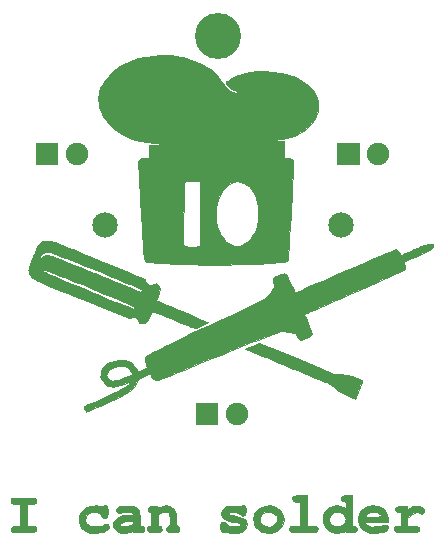
<source format=gbr>
%TF.GenerationSoftware,KiCad,Pcbnew,5.1.7*%
%TF.CreationDate,2020-10-10T22:14:26+02:00*%
%TF.ProjectId,ICanSolder,4943616e-536f-46c6-9465-722e6b696361,rev?*%
%TF.SameCoordinates,Original*%
%TF.FileFunction,Soldermask,Top*%
%TF.FilePolarity,Negative*%
%FSLAX46Y46*%
G04 Gerber Fmt 4.6, Leading zero omitted, Abs format (unit mm)*
G04 Created by KiCad (PCBNEW 5.1.7) date 2020-10-10 22:14:26*
%MOMM*%
%LPD*%
G01*
G04 APERTURE LIST*
%ADD10C,0.010000*%
%ADD11C,3.900000*%
%ADD12C,1.900000*%
%ADD13C,2.151380*%
G04 APERTURE END LIST*
D10*
%TO.C,Ref\u002A\u002A*%
G36*
X171446078Y-137751061D02*
G01*
X171525334Y-137814334D01*
X171566897Y-137867977D01*
X171592401Y-137940685D01*
X171605501Y-138052561D01*
X171609851Y-138223708D01*
X171610000Y-138280000D01*
X171607316Y-138469721D01*
X171596826Y-138594980D01*
X171574876Y-138675878D01*
X171537810Y-138732520D01*
X171525334Y-138745667D01*
X171404876Y-138818667D01*
X171280084Y-138813989D01*
X171165443Y-138736503D01*
X171077029Y-138594924D01*
X170989971Y-138453583D01*
X170859727Y-138360616D01*
X170671793Y-138307858D01*
X170541073Y-138293202D01*
X170274587Y-138306364D01*
X170050463Y-138383480D01*
X169877038Y-138518395D01*
X169762645Y-138704952D01*
X169717899Y-138901263D01*
X169718919Y-139068531D01*
X169761903Y-139200230D01*
X169785438Y-139241028D01*
X169880492Y-139362913D01*
X169996901Y-139446638D01*
X170150983Y-139498169D01*
X170359057Y-139523470D01*
X170572834Y-139528834D01*
X170773618Y-139526750D01*
X170913887Y-139517490D01*
X171017753Y-139496534D01*
X171109324Y-139459367D01*
X171194205Y-139412417D01*
X171382600Y-139322672D01*
X171529418Y-139301720D01*
X171641629Y-139348986D01*
X171666939Y-139373417D01*
X171728624Y-139493824D01*
X171715794Y-139623555D01*
X171636206Y-139751937D01*
X171497616Y-139868295D01*
X171307781Y-139961953D01*
X171218228Y-139990952D01*
X170995554Y-140037548D01*
X170736271Y-140067764D01*
X170474731Y-140079372D01*
X170245285Y-140070144D01*
X170165190Y-140059241D01*
X169840792Y-139967350D01*
X169578851Y-139820536D01*
X169381723Y-139621459D01*
X169251764Y-139372776D01*
X169191329Y-139077146D01*
X169187067Y-138955363D01*
X169227054Y-138630524D01*
X169340097Y-138344802D01*
X169522254Y-138104343D01*
X169769581Y-137915295D01*
X169895500Y-137851111D01*
X170092129Y-137792269D01*
X170337985Y-137760670D01*
X170601728Y-137757527D01*
X170852018Y-137784058D01*
X170965210Y-137809635D01*
X171090186Y-137837462D01*
X171172807Y-137830916D01*
X171239212Y-137795012D01*
X171352489Y-137737260D01*
X171446078Y-137751061D01*
G37*
X171446078Y-137751061D02*
X171525334Y-137814334D01*
X171566897Y-137867977D01*
X171592401Y-137940685D01*
X171605501Y-138052561D01*
X171609851Y-138223708D01*
X171610000Y-138280000D01*
X171607316Y-138469721D01*
X171596826Y-138594980D01*
X171574876Y-138675878D01*
X171537810Y-138732520D01*
X171525334Y-138745667D01*
X171404876Y-138818667D01*
X171280084Y-138813989D01*
X171165443Y-138736503D01*
X171077029Y-138594924D01*
X170989971Y-138453583D01*
X170859727Y-138360616D01*
X170671793Y-138307858D01*
X170541073Y-138293202D01*
X170274587Y-138306364D01*
X170050463Y-138383480D01*
X169877038Y-138518395D01*
X169762645Y-138704952D01*
X169717899Y-138901263D01*
X169718919Y-139068531D01*
X169761903Y-139200230D01*
X169785438Y-139241028D01*
X169880492Y-139362913D01*
X169996901Y-139446638D01*
X170150983Y-139498169D01*
X170359057Y-139523470D01*
X170572834Y-139528834D01*
X170773618Y-139526750D01*
X170913887Y-139517490D01*
X171017753Y-139496534D01*
X171109324Y-139459367D01*
X171194205Y-139412417D01*
X171382600Y-139322672D01*
X171529418Y-139301720D01*
X171641629Y-139348986D01*
X171666939Y-139373417D01*
X171728624Y-139493824D01*
X171715794Y-139623555D01*
X171636206Y-139751937D01*
X171497616Y-139868295D01*
X171307781Y-139961953D01*
X171218228Y-139990952D01*
X170995554Y-140037548D01*
X170736271Y-140067764D01*
X170474731Y-140079372D01*
X170245285Y-140070144D01*
X170165190Y-140059241D01*
X169840792Y-139967350D01*
X169578851Y-139820536D01*
X169381723Y-139621459D01*
X169251764Y-139372776D01*
X169191329Y-139077146D01*
X169187067Y-138955363D01*
X169227054Y-138630524D01*
X169340097Y-138344802D01*
X169522254Y-138104343D01*
X169769581Y-137915295D01*
X169895500Y-137851111D01*
X170092129Y-137792269D01*
X170337985Y-137760670D01*
X170601728Y-137757527D01*
X170852018Y-137784058D01*
X170965210Y-137809635D01*
X171090186Y-137837462D01*
X171172807Y-137830916D01*
X171239212Y-137795012D01*
X171352489Y-137737260D01*
X171446078Y-137751061D01*
G36*
X173609302Y-137775533D02*
G01*
X173780753Y-137808630D01*
X173790167Y-137811679D01*
X173970970Y-137882949D01*
X174106268Y-137967381D01*
X174202300Y-138077622D01*
X174265306Y-138226320D01*
X174301525Y-138426121D01*
X174317197Y-138689672D01*
X174319334Y-138884237D01*
X174319334Y-139454512D01*
X174489985Y-139481801D01*
X174615081Y-139516074D01*
X174683444Y-139578521D01*
X174701721Y-139617149D01*
X174725048Y-139768284D01*
X174680051Y-139894242D01*
X174589252Y-139968022D01*
X174499852Y-139990859D01*
X174363225Y-140006206D01*
X174201927Y-140013963D01*
X174038514Y-140014030D01*
X173895541Y-140006310D01*
X173795563Y-139990700D01*
X173761391Y-139971673D01*
X173712861Y-139953978D01*
X173596866Y-139980809D01*
X173573433Y-139988820D01*
X173403669Y-140033127D01*
X173199006Y-140064245D01*
X172991561Y-140079357D01*
X172813454Y-140075645D01*
X172731834Y-140062651D01*
X172510472Y-139976490D01*
X172317322Y-139847041D01*
X172171297Y-139690195D01*
X172092162Y-139525293D01*
X172084325Y-139388049D01*
X172638026Y-139388049D01*
X172649541Y-139426842D01*
X172738143Y-139495677D01*
X172885639Y-139531323D01*
X173073195Y-139534154D01*
X173281976Y-139504546D01*
X173493147Y-139442871D01*
X173576019Y-139408415D01*
X173711827Y-139339740D01*
X173784176Y-139282171D01*
X173810076Y-139220500D01*
X173811334Y-139198048D01*
X173797046Y-139126908D01*
X173738685Y-139088190D01*
X173652584Y-139069172D01*
X173368364Y-139044168D01*
X173107341Y-139062888D01*
X172895143Y-139123480D01*
X172893999Y-139123998D01*
X172758721Y-139205360D01*
X172668917Y-139298928D01*
X172638026Y-139388049D01*
X172084325Y-139388049D01*
X172080048Y-139313164D01*
X172148034Y-139109467D01*
X172291562Y-138921551D01*
X172506070Y-138756763D01*
X172602107Y-138703334D01*
X172738377Y-138636245D01*
X172847339Y-138593329D01*
X172955283Y-138569328D01*
X173088498Y-138558986D01*
X173273275Y-138557046D01*
X173332656Y-138557268D01*
X173529282Y-138557267D01*
X173655886Y-138553097D01*
X173727099Y-138541896D01*
X173757556Y-138520803D01*
X173761889Y-138486957D01*
X173760250Y-138473661D01*
X173705617Y-138372273D01*
X173579120Y-138309584D01*
X173384467Y-138286117D01*
X173125364Y-138302394D01*
X172861306Y-138347022D01*
X172694307Y-138379561D01*
X172586525Y-138392628D01*
X172514767Y-138386168D01*
X172455841Y-138360130D01*
X172433445Y-138346046D01*
X172360090Y-138257322D01*
X172327635Y-138135814D01*
X172340325Y-138016903D01*
X172385659Y-137947564D01*
X172504909Y-137885211D01*
X172686807Y-137833547D01*
X172909776Y-137794659D01*
X173152234Y-137770636D01*
X173392603Y-137763565D01*
X173609302Y-137775533D01*
G37*
X173609302Y-137775533D02*
X173780753Y-137808630D01*
X173790167Y-137811679D01*
X173970970Y-137882949D01*
X174106268Y-137967381D01*
X174202300Y-138077622D01*
X174265306Y-138226320D01*
X174301525Y-138426121D01*
X174317197Y-138689672D01*
X174319334Y-138884237D01*
X174319334Y-139454512D01*
X174489985Y-139481801D01*
X174615081Y-139516074D01*
X174683444Y-139578521D01*
X174701721Y-139617149D01*
X174725048Y-139768284D01*
X174680051Y-139894242D01*
X174589252Y-139968022D01*
X174499852Y-139990859D01*
X174363225Y-140006206D01*
X174201927Y-140013963D01*
X174038514Y-140014030D01*
X173895541Y-140006310D01*
X173795563Y-139990700D01*
X173761391Y-139971673D01*
X173712861Y-139953978D01*
X173596866Y-139980809D01*
X173573433Y-139988820D01*
X173403669Y-140033127D01*
X173199006Y-140064245D01*
X172991561Y-140079357D01*
X172813454Y-140075645D01*
X172731834Y-140062651D01*
X172510472Y-139976490D01*
X172317322Y-139847041D01*
X172171297Y-139690195D01*
X172092162Y-139525293D01*
X172084325Y-139388049D01*
X172638026Y-139388049D01*
X172649541Y-139426842D01*
X172738143Y-139495677D01*
X172885639Y-139531323D01*
X173073195Y-139534154D01*
X173281976Y-139504546D01*
X173493147Y-139442871D01*
X173576019Y-139408415D01*
X173711827Y-139339740D01*
X173784176Y-139282171D01*
X173810076Y-139220500D01*
X173811334Y-139198048D01*
X173797046Y-139126908D01*
X173738685Y-139088190D01*
X173652584Y-139069172D01*
X173368364Y-139044168D01*
X173107341Y-139062888D01*
X172895143Y-139123480D01*
X172893999Y-139123998D01*
X172758721Y-139205360D01*
X172668917Y-139298928D01*
X172638026Y-139388049D01*
X172084325Y-139388049D01*
X172080048Y-139313164D01*
X172148034Y-139109467D01*
X172291562Y-138921551D01*
X172506070Y-138756763D01*
X172602107Y-138703334D01*
X172738377Y-138636245D01*
X172847339Y-138593329D01*
X172955283Y-138569328D01*
X173088498Y-138558986D01*
X173273275Y-138557046D01*
X173332656Y-138557268D01*
X173529282Y-138557267D01*
X173655886Y-138553097D01*
X173727099Y-138541896D01*
X173757556Y-138520803D01*
X173761889Y-138486957D01*
X173760250Y-138473661D01*
X173705617Y-138372273D01*
X173579120Y-138309584D01*
X173384467Y-138286117D01*
X173125364Y-138302394D01*
X172861306Y-138347022D01*
X172694307Y-138379561D01*
X172586525Y-138392628D01*
X172514767Y-138386168D01*
X172455841Y-138360130D01*
X172433445Y-138346046D01*
X172360090Y-138257322D01*
X172327635Y-138135814D01*
X172340325Y-138016903D01*
X172385659Y-137947564D01*
X172504909Y-137885211D01*
X172686807Y-137833547D01*
X172909776Y-137794659D01*
X173152234Y-137770636D01*
X173392603Y-137763565D01*
X173609302Y-137775533D01*
G36*
X183132656Y-137752509D02*
G01*
X183209334Y-137814334D01*
X183262289Y-137914446D01*
X183291790Y-138065583D01*
X183297026Y-138237189D01*
X183277192Y-138398705D01*
X183231481Y-138519577D01*
X183228100Y-138524581D01*
X183128275Y-138603853D01*
X183003561Y-138613152D01*
X182875363Y-138553393D01*
X182825129Y-138507378D01*
X182638539Y-138365264D01*
X182409484Y-138291778D01*
X182147901Y-138289049D01*
X181971084Y-138324559D01*
X181862245Y-138373549D01*
X181811742Y-138435506D01*
X181829911Y-138495020D01*
X181847693Y-138508523D01*
X181901079Y-138524001D01*
X182020289Y-138549986D01*
X182187670Y-138582851D01*
X182385391Y-138618941D01*
X182720906Y-138690550D01*
X182979361Y-138776204D01*
X183167912Y-138881249D01*
X183293717Y-139011032D01*
X183363935Y-139170895D01*
X183385722Y-139365967D01*
X183358050Y-139558002D01*
X183268017Y-139717607D01*
X183105096Y-139862599D01*
X183083421Y-139877641D01*
X182878562Y-139978630D01*
X182622048Y-140047898D01*
X182342349Y-140081078D01*
X182067938Y-140073802D01*
X181939334Y-140053136D01*
X181780670Y-140026945D01*
X181595208Y-140007579D01*
X181511274Y-140002618D01*
X181338169Y-139987963D01*
X181227435Y-139949963D01*
X181166562Y-139873356D01*
X181143039Y-139742879D01*
X181143921Y-139554448D01*
X181152079Y-139390190D01*
X181166030Y-139289426D01*
X181193223Y-139231003D01*
X181241107Y-139193764D01*
X181277381Y-139175402D01*
X181409281Y-139146306D01*
X181530902Y-139174998D01*
X181614114Y-139252337D01*
X181629080Y-139289674D01*
X181676885Y-139361430D01*
X181767999Y-139437539D01*
X181783600Y-139447405D01*
X181918241Y-139497564D01*
X182101898Y-139526305D01*
X182305569Y-139533401D01*
X182500251Y-139518625D01*
X182656940Y-139481751D01*
X182712418Y-139454666D01*
X182796200Y-139375659D01*
X182796121Y-139303851D01*
X182712710Y-139239607D01*
X182546497Y-139183293D01*
X182298010Y-139135271D01*
X182235667Y-139126307D01*
X181923482Y-139074263D01*
X181684180Y-139011932D01*
X181506212Y-138935367D01*
X181378032Y-138840618D01*
X181366657Y-138829106D01*
X181294178Y-138742764D01*
X181256306Y-138656670D01*
X181242281Y-138537849D01*
X181240834Y-138443516D01*
X181244609Y-138297579D01*
X181265484Y-138202117D01*
X181317777Y-138122987D01*
X181415809Y-138026042D01*
X181415986Y-138025877D01*
X181556161Y-137918302D01*
X181710110Y-137833988D01*
X181775820Y-137809792D01*
X181934954Y-137779828D01*
X182134430Y-137763764D01*
X182345338Y-137761624D01*
X182538771Y-137773428D01*
X182685820Y-137799200D01*
X182715108Y-137809068D01*
X182820625Y-137835042D01*
X182907198Y-137805590D01*
X182925611Y-137793332D01*
X183038442Y-137736679D01*
X183132656Y-137752509D01*
G37*
X183132656Y-137752509D02*
X183209334Y-137814334D01*
X183262289Y-137914446D01*
X183291790Y-138065583D01*
X183297026Y-138237189D01*
X183277192Y-138398705D01*
X183231481Y-138519577D01*
X183228100Y-138524581D01*
X183128275Y-138603853D01*
X183003561Y-138613152D01*
X182875363Y-138553393D01*
X182825129Y-138507378D01*
X182638539Y-138365264D01*
X182409484Y-138291778D01*
X182147901Y-138289049D01*
X181971084Y-138324559D01*
X181862245Y-138373549D01*
X181811742Y-138435506D01*
X181829911Y-138495020D01*
X181847693Y-138508523D01*
X181901079Y-138524001D01*
X182020289Y-138549986D01*
X182187670Y-138582851D01*
X182385391Y-138618941D01*
X182720906Y-138690550D01*
X182979361Y-138776204D01*
X183167912Y-138881249D01*
X183293717Y-139011032D01*
X183363935Y-139170895D01*
X183385722Y-139365967D01*
X183358050Y-139558002D01*
X183268017Y-139717607D01*
X183105096Y-139862599D01*
X183083421Y-139877641D01*
X182878562Y-139978630D01*
X182622048Y-140047898D01*
X182342349Y-140081078D01*
X182067938Y-140073802D01*
X181939334Y-140053136D01*
X181780670Y-140026945D01*
X181595208Y-140007579D01*
X181511274Y-140002618D01*
X181338169Y-139987963D01*
X181227435Y-139949963D01*
X181166562Y-139873356D01*
X181143039Y-139742879D01*
X181143921Y-139554448D01*
X181152079Y-139390190D01*
X181166030Y-139289426D01*
X181193223Y-139231003D01*
X181241107Y-139193764D01*
X181277381Y-139175402D01*
X181409281Y-139146306D01*
X181530902Y-139174998D01*
X181614114Y-139252337D01*
X181629080Y-139289674D01*
X181676885Y-139361430D01*
X181767999Y-139437539D01*
X181783600Y-139447405D01*
X181918241Y-139497564D01*
X182101898Y-139526305D01*
X182305569Y-139533401D01*
X182500251Y-139518625D01*
X182656940Y-139481751D01*
X182712418Y-139454666D01*
X182796200Y-139375659D01*
X182796121Y-139303851D01*
X182712710Y-139239607D01*
X182546497Y-139183293D01*
X182298010Y-139135271D01*
X182235667Y-139126307D01*
X181923482Y-139074263D01*
X181684180Y-139011932D01*
X181506212Y-138935367D01*
X181378032Y-138840618D01*
X181366657Y-138829106D01*
X181294178Y-138742764D01*
X181256306Y-138656670D01*
X181242281Y-138537849D01*
X181240834Y-138443516D01*
X181244609Y-138297579D01*
X181265484Y-138202117D01*
X181317777Y-138122987D01*
X181415809Y-138026042D01*
X181415986Y-138025877D01*
X181556161Y-137918302D01*
X181710110Y-137833988D01*
X181775820Y-137809792D01*
X181934954Y-137779828D01*
X182134430Y-137763764D01*
X182345338Y-137761624D01*
X182538771Y-137773428D01*
X182685820Y-137799200D01*
X182715108Y-137809068D01*
X182820625Y-137835042D01*
X182907198Y-137805590D01*
X182925611Y-137793332D01*
X183038442Y-137736679D01*
X183132656Y-137752509D01*
G36*
X185641716Y-137805234D02*
G01*
X185931003Y-137937979D01*
X186184227Y-138145952D01*
X186199725Y-138162498D01*
X186382037Y-138410725D01*
X186482853Y-138674471D01*
X186504972Y-138961346D01*
X186503269Y-138987623D01*
X186450758Y-139272782D01*
X186333371Y-139516679D01*
X186182662Y-139701077D01*
X185955319Y-139878351D01*
X185678965Y-140003692D01*
X185375568Y-140071321D01*
X185067096Y-140075463D01*
X184881500Y-140043249D01*
X184688693Y-139985072D01*
X184537738Y-139912759D01*
X184390919Y-139805835D01*
X184303189Y-139729311D01*
X184125848Y-139539344D01*
X184015604Y-139340437D01*
X183961792Y-139107858D01*
X183951988Y-138915000D01*
X184479334Y-138915000D01*
X184493145Y-139071502D01*
X184544517Y-139190812D01*
X184593999Y-139256443D01*
X184786470Y-139422864D01*
X185017981Y-139518956D01*
X185275635Y-139541252D01*
X185502552Y-139500503D01*
X185644578Y-139430893D01*
X185785541Y-139318727D01*
X185814380Y-139288714D01*
X185906012Y-139174041D01*
X185949230Y-139070234D01*
X185960915Y-138934264D01*
X185961000Y-138915000D01*
X185951813Y-138772700D01*
X185912999Y-138667417D01*
X185827674Y-138556124D01*
X185814380Y-138541286D01*
X185623529Y-138388442D01*
X185400835Y-138303810D01*
X185163967Y-138286924D01*
X184930596Y-138337315D01*
X184718390Y-138454516D01*
X184593999Y-138573558D01*
X184515707Y-138691315D01*
X184483148Y-138821929D01*
X184479334Y-138915000D01*
X183951988Y-138915000D01*
X183966214Y-138673240D01*
X184017523Y-138480830D01*
X184118493Y-138306253D01*
X184261748Y-138138830D01*
X184451904Y-137972304D01*
X184665697Y-137858208D01*
X184929860Y-137782936D01*
X184979824Y-137773362D01*
X185322584Y-137749700D01*
X185641716Y-137805234D01*
G37*
X185641716Y-137805234D02*
X185931003Y-137937979D01*
X186184227Y-138145952D01*
X186199725Y-138162498D01*
X186382037Y-138410725D01*
X186482853Y-138674471D01*
X186504972Y-138961346D01*
X186503269Y-138987623D01*
X186450758Y-139272782D01*
X186333371Y-139516679D01*
X186182662Y-139701077D01*
X185955319Y-139878351D01*
X185678965Y-140003692D01*
X185375568Y-140071321D01*
X185067096Y-140075463D01*
X184881500Y-140043249D01*
X184688693Y-139985072D01*
X184537738Y-139912759D01*
X184390919Y-139805835D01*
X184303189Y-139729311D01*
X184125848Y-139539344D01*
X184015604Y-139340437D01*
X183961792Y-139107858D01*
X183951988Y-138915000D01*
X184479334Y-138915000D01*
X184493145Y-139071502D01*
X184544517Y-139190812D01*
X184593999Y-139256443D01*
X184786470Y-139422864D01*
X185017981Y-139518956D01*
X185275635Y-139541252D01*
X185502552Y-139500503D01*
X185644578Y-139430893D01*
X185785541Y-139318727D01*
X185814380Y-139288714D01*
X185906012Y-139174041D01*
X185949230Y-139070234D01*
X185960915Y-138934264D01*
X185961000Y-138915000D01*
X185951813Y-138772700D01*
X185912999Y-138667417D01*
X185827674Y-138556124D01*
X185814380Y-138541286D01*
X185623529Y-138388442D01*
X185400835Y-138303810D01*
X185163967Y-138286924D01*
X184930596Y-138337315D01*
X184718390Y-138454516D01*
X184593999Y-138573558D01*
X184515707Y-138691315D01*
X184483148Y-138821929D01*
X184479334Y-138915000D01*
X183951988Y-138915000D01*
X183966214Y-138673240D01*
X184017523Y-138480830D01*
X184118493Y-138306253D01*
X184261748Y-138138830D01*
X184451904Y-137972304D01*
X184665697Y-137858208D01*
X184929860Y-137782936D01*
X184979824Y-137773362D01*
X185322584Y-137749700D01*
X185641716Y-137805234D01*
G36*
X194262041Y-137759526D02*
G01*
X194403582Y-137777994D01*
X194534626Y-137818938D01*
X194692149Y-137890591D01*
X194701639Y-137895254D01*
X194972402Y-138068573D01*
X195171244Y-138286565D01*
X195298209Y-138549300D01*
X195353343Y-138856850D01*
X195355780Y-138925584D01*
X195359000Y-139169000D01*
X194363808Y-139169000D01*
X194049055Y-139169154D01*
X193809428Y-139170203D01*
X193635386Y-139173029D01*
X193517389Y-139178515D01*
X193445896Y-139187541D01*
X193411366Y-139200991D01*
X193404258Y-139219746D01*
X193415032Y-139244688D01*
X193421891Y-139256071D01*
X193558921Y-139400229D01*
X193760214Y-139494150D01*
X194021365Y-139537125D01*
X194337969Y-139528445D01*
X194705620Y-139467402D01*
X194718096Y-139464595D01*
X194911126Y-139421913D01*
X195040764Y-139398071D01*
X195125965Y-139392218D01*
X195185683Y-139403501D01*
X195238871Y-139431070D01*
X195253582Y-139440546D01*
X195336769Y-139538013D01*
X195352429Y-139660179D01*
X195301854Y-139782424D01*
X195232000Y-139851789D01*
X195095566Y-139920199D01*
X194896575Y-139980400D01*
X194656985Y-140029302D01*
X194398751Y-140063820D01*
X194143829Y-140080863D01*
X193914175Y-140077346D01*
X193765364Y-140058063D01*
X193456444Y-139956880D01*
X193197303Y-139796953D01*
X192994950Y-139587075D01*
X192856395Y-139336038D01*
X192788651Y-139052634D01*
X192787789Y-138831993D01*
X192826400Y-138656262D01*
X193396613Y-138656262D01*
X193409135Y-138676029D01*
X193455000Y-138689342D01*
X193545387Y-138697462D01*
X193691473Y-138701652D01*
X193904437Y-138703175D01*
X194066344Y-138703334D01*
X194310083Y-138701085D01*
X194513604Y-138694797D01*
X194664614Y-138685156D01*
X194750820Y-138672848D01*
X194766334Y-138664257D01*
X194732562Y-138594751D01*
X194646928Y-138505997D01*
X194532948Y-138417297D01*
X194414141Y-138347950D01*
X194351834Y-138324076D01*
X194102090Y-138287730D01*
X193861648Y-138312821D01*
X193648451Y-138393567D01*
X193480445Y-138524186D01*
X193406256Y-138628777D01*
X193396613Y-138656262D01*
X192826400Y-138656262D01*
X192855020Y-138526008D01*
X192995675Y-138260398D01*
X193206526Y-138039581D01*
X193484348Y-137867974D01*
X193496076Y-137862532D01*
X193646202Y-137802876D01*
X193793006Y-137769748D01*
X193972130Y-137756524D01*
X194073023Y-137755301D01*
X194262041Y-137759526D01*
G37*
X194262041Y-137759526D02*
X194403582Y-137777994D01*
X194534626Y-137818938D01*
X194692149Y-137890591D01*
X194701639Y-137895254D01*
X194972402Y-138068573D01*
X195171244Y-138286565D01*
X195298209Y-138549300D01*
X195353343Y-138856850D01*
X195355780Y-138925584D01*
X195359000Y-139169000D01*
X194363808Y-139169000D01*
X194049055Y-139169154D01*
X193809428Y-139170203D01*
X193635386Y-139173029D01*
X193517389Y-139178515D01*
X193445896Y-139187541D01*
X193411366Y-139200991D01*
X193404258Y-139219746D01*
X193415032Y-139244688D01*
X193421891Y-139256071D01*
X193558921Y-139400229D01*
X193760214Y-139494150D01*
X194021365Y-139537125D01*
X194337969Y-139528445D01*
X194705620Y-139467402D01*
X194718096Y-139464595D01*
X194911126Y-139421913D01*
X195040764Y-139398071D01*
X195125965Y-139392218D01*
X195185683Y-139403501D01*
X195238871Y-139431070D01*
X195253582Y-139440546D01*
X195336769Y-139538013D01*
X195352429Y-139660179D01*
X195301854Y-139782424D01*
X195232000Y-139851789D01*
X195095566Y-139920199D01*
X194896575Y-139980400D01*
X194656985Y-140029302D01*
X194398751Y-140063820D01*
X194143829Y-140080863D01*
X193914175Y-140077346D01*
X193765364Y-140058063D01*
X193456444Y-139956880D01*
X193197303Y-139796953D01*
X192994950Y-139587075D01*
X192856395Y-139336038D01*
X192788651Y-139052634D01*
X192787789Y-138831993D01*
X192826400Y-138656262D01*
X193396613Y-138656262D01*
X193409135Y-138676029D01*
X193455000Y-138689342D01*
X193545387Y-138697462D01*
X193691473Y-138701652D01*
X193904437Y-138703175D01*
X194066344Y-138703334D01*
X194310083Y-138701085D01*
X194513604Y-138694797D01*
X194664614Y-138685156D01*
X194750820Y-138672848D01*
X194766334Y-138664257D01*
X194732562Y-138594751D01*
X194646928Y-138505997D01*
X194532948Y-138417297D01*
X194414141Y-138347950D01*
X194351834Y-138324076D01*
X194102090Y-138287730D01*
X193861648Y-138312821D01*
X193648451Y-138393567D01*
X193480445Y-138524186D01*
X193406256Y-138628777D01*
X193396613Y-138656262D01*
X192826400Y-138656262D01*
X192855020Y-138526008D01*
X192995675Y-138260398D01*
X193206526Y-138039581D01*
X193484348Y-137867974D01*
X193496076Y-137862532D01*
X193646202Y-137802876D01*
X193793006Y-137769748D01*
X193972130Y-137756524D01*
X194073023Y-137755301D01*
X194262041Y-137759526D01*
G36*
X192311000Y-139465334D02*
G01*
X192412144Y-139465334D01*
X192547974Y-139501428D01*
X192652720Y-139594058D01*
X192701601Y-139719747D01*
X192702584Y-139740500D01*
X192682596Y-139856631D01*
X192616043Y-139937305D01*
X192493040Y-139987332D01*
X192303703Y-140011521D01*
X192136977Y-140015667D01*
X191952414Y-140013143D01*
X191837880Y-140003937D01*
X191778846Y-139985597D01*
X191760780Y-139955671D01*
X191760667Y-139952167D01*
X191758134Y-139908821D01*
X191738012Y-139894553D01*
X191681513Y-139911109D01*
X191569851Y-139960238D01*
X191543040Y-139972404D01*
X191360991Y-140025752D01*
X191131167Y-140051748D01*
X190886098Y-140049860D01*
X190658314Y-140019558D01*
X190546726Y-139988678D01*
X190292872Y-139857054D01*
X190089004Y-139667878D01*
X189939125Y-139434686D01*
X189847237Y-139171017D01*
X189817345Y-138890409D01*
X189822944Y-138846365D01*
X190366787Y-138846365D01*
X190376601Y-139046091D01*
X190449951Y-139233149D01*
X190588377Y-139389245D01*
X190614487Y-139408604D01*
X190811869Y-139500013D01*
X191042211Y-139534431D01*
X191274998Y-139510898D01*
X191468102Y-139435478D01*
X191629770Y-139297015D01*
X191727245Y-139121635D01*
X191761262Y-138926758D01*
X191732556Y-138729808D01*
X191641862Y-138548205D01*
X191489915Y-138399371D01*
X191422661Y-138358385D01*
X191235539Y-138297506D01*
X191016487Y-138283119D01*
X190804484Y-138315452D01*
X190703177Y-138354149D01*
X190531614Y-138482098D01*
X190418971Y-138652269D01*
X190366787Y-138846365D01*
X189822944Y-138846365D01*
X189853449Y-138606401D01*
X189959555Y-138332529D01*
X190025209Y-138224872D01*
X190211053Y-138025048D01*
X190450554Y-137875792D01*
X190726571Y-137781237D01*
X191021963Y-137745517D01*
X191319589Y-137772765D01*
X191570125Y-137852287D01*
X191760667Y-137936573D01*
X191760667Y-137690245D01*
X191758465Y-137551781D01*
X191744517Y-137475470D01*
X191707815Y-137438802D01*
X191637347Y-137419265D01*
X191627118Y-137417207D01*
X191481207Y-137369594D01*
X191403665Y-137290345D01*
X191379722Y-137163831D01*
X191379667Y-137155384D01*
X191396183Y-137041387D01*
X191453154Y-136962582D01*
X191561715Y-136913550D01*
X191733003Y-136888874D01*
X191939420Y-136883000D01*
X192311000Y-136883000D01*
X192311000Y-139465334D01*
G37*
X192311000Y-139465334D02*
X192412144Y-139465334D01*
X192547974Y-139501428D01*
X192652720Y-139594058D01*
X192701601Y-139719747D01*
X192702584Y-139740500D01*
X192682596Y-139856631D01*
X192616043Y-139937305D01*
X192493040Y-139987332D01*
X192303703Y-140011521D01*
X192136977Y-140015667D01*
X191952414Y-140013143D01*
X191837880Y-140003937D01*
X191778846Y-139985597D01*
X191760780Y-139955671D01*
X191760667Y-139952167D01*
X191758134Y-139908821D01*
X191738012Y-139894553D01*
X191681513Y-139911109D01*
X191569851Y-139960238D01*
X191543040Y-139972404D01*
X191360991Y-140025752D01*
X191131167Y-140051748D01*
X190886098Y-140049860D01*
X190658314Y-140019558D01*
X190546726Y-139988678D01*
X190292872Y-139857054D01*
X190089004Y-139667878D01*
X189939125Y-139434686D01*
X189847237Y-139171017D01*
X189817345Y-138890409D01*
X189822944Y-138846365D01*
X190366787Y-138846365D01*
X190376601Y-139046091D01*
X190449951Y-139233149D01*
X190588377Y-139389245D01*
X190614487Y-139408604D01*
X190811869Y-139500013D01*
X191042211Y-139534431D01*
X191274998Y-139510898D01*
X191468102Y-139435478D01*
X191629770Y-139297015D01*
X191727245Y-139121635D01*
X191761262Y-138926758D01*
X191732556Y-138729808D01*
X191641862Y-138548205D01*
X191489915Y-138399371D01*
X191422661Y-138358385D01*
X191235539Y-138297506D01*
X191016487Y-138283119D01*
X190804484Y-138315452D01*
X190703177Y-138354149D01*
X190531614Y-138482098D01*
X190418971Y-138652269D01*
X190366787Y-138846365D01*
X189822944Y-138846365D01*
X189853449Y-138606401D01*
X189959555Y-138332529D01*
X190025209Y-138224872D01*
X190211053Y-138025048D01*
X190450554Y-137875792D01*
X190726571Y-137781237D01*
X191021963Y-137745517D01*
X191319589Y-137772765D01*
X191570125Y-137852287D01*
X191760667Y-137936573D01*
X191760667Y-137690245D01*
X191758465Y-137551781D01*
X191744517Y-137475470D01*
X191707815Y-137438802D01*
X191637347Y-137419265D01*
X191627118Y-137417207D01*
X191481207Y-137369594D01*
X191403665Y-137290345D01*
X191379722Y-137163831D01*
X191379667Y-137155384D01*
X191396183Y-137041387D01*
X191453154Y-136962582D01*
X191561715Y-136913550D01*
X191733003Y-136888874D01*
X191939420Y-136883000D01*
X192311000Y-136883000D01*
X192311000Y-139465334D01*
G36*
X164777132Y-137096686D02*
G01*
X165045589Y-137102473D01*
X165257497Y-137111624D01*
X165403510Y-137123735D01*
X165474283Y-137138401D01*
X165474450Y-137138490D01*
X165529873Y-137209610D01*
X165556512Y-137325068D01*
X165551643Y-137448647D01*
X165512542Y-137544130D01*
X165505534Y-137551867D01*
X165433884Y-137579315D01*
X165291864Y-137596829D01*
X165103367Y-137602667D01*
X164752000Y-137602667D01*
X164752000Y-139465334D01*
X165060081Y-139465334D01*
X165281789Y-139476197D01*
X165430789Y-139512575D01*
X165516682Y-139580152D01*
X165549073Y-139684611D01*
X165548066Y-139754133D01*
X165536089Y-139834913D01*
X165508780Y-139897077D01*
X165456196Y-139943040D01*
X165368393Y-139975220D01*
X165235426Y-139996031D01*
X165047353Y-140007891D01*
X164794229Y-140013214D01*
X164476834Y-140014419D01*
X164139300Y-140012239D01*
X163880250Y-140005472D01*
X163693609Y-139993778D01*
X163573300Y-139976819D01*
X163524334Y-139961153D01*
X163442845Y-139891946D01*
X163407769Y-139775877D01*
X163405601Y-139754133D01*
X163414338Y-139628614D01*
X163471667Y-139542883D01*
X163587190Y-139491258D01*
X163770511Y-139468054D01*
X163893586Y-139465334D01*
X164201667Y-139465334D01*
X164201667Y-137602667D01*
X163866024Y-137602667D01*
X163655926Y-137594225D01*
X163516757Y-137564396D01*
X163436050Y-137506424D01*
X163401342Y-137413554D01*
X163397334Y-137348667D01*
X163400728Y-137270567D01*
X163417393Y-137210355D01*
X163457054Y-137165709D01*
X163529434Y-137134308D01*
X163644257Y-137113830D01*
X163811247Y-137101956D01*
X164040129Y-137096363D01*
X164340626Y-137094732D01*
X164461474Y-137094667D01*
X164777132Y-137096686D01*
G37*
X164777132Y-137096686D02*
X165045589Y-137102473D01*
X165257497Y-137111624D01*
X165403510Y-137123735D01*
X165474283Y-137138401D01*
X165474450Y-137138490D01*
X165529873Y-137209610D01*
X165556512Y-137325068D01*
X165551643Y-137448647D01*
X165512542Y-137544130D01*
X165505534Y-137551867D01*
X165433884Y-137579315D01*
X165291864Y-137596829D01*
X165103367Y-137602667D01*
X164752000Y-137602667D01*
X164752000Y-139465334D01*
X165060081Y-139465334D01*
X165281789Y-139476197D01*
X165430789Y-139512575D01*
X165516682Y-139580152D01*
X165549073Y-139684611D01*
X165548066Y-139754133D01*
X165536089Y-139834913D01*
X165508780Y-139897077D01*
X165456196Y-139943040D01*
X165368393Y-139975220D01*
X165235426Y-139996031D01*
X165047353Y-140007891D01*
X164794229Y-140013214D01*
X164476834Y-140014419D01*
X164139300Y-140012239D01*
X163880250Y-140005472D01*
X163693609Y-139993778D01*
X163573300Y-139976819D01*
X163524334Y-139961153D01*
X163442845Y-139891946D01*
X163407769Y-139775877D01*
X163405601Y-139754133D01*
X163414338Y-139628614D01*
X163471667Y-139542883D01*
X163587190Y-139491258D01*
X163770511Y-139468054D01*
X163893586Y-139465334D01*
X164201667Y-139465334D01*
X164201667Y-137602667D01*
X163866024Y-137602667D01*
X163655926Y-137594225D01*
X163516757Y-137564396D01*
X163436050Y-137506424D01*
X163401342Y-137413554D01*
X163397334Y-137348667D01*
X163400728Y-137270567D01*
X163417393Y-137210355D01*
X163457054Y-137165709D01*
X163529434Y-137134308D01*
X163644257Y-137113830D01*
X163811247Y-137101956D01*
X164040129Y-137096363D01*
X164340626Y-137094732D01*
X164461474Y-137094667D01*
X164777132Y-137096686D01*
G36*
X176781475Y-137785574D02*
G01*
X177006120Y-137881761D01*
X177189734Y-138032302D01*
X177269607Y-138141847D01*
X177316211Y-138227789D01*
X177348849Y-138311466D01*
X177370770Y-138411530D01*
X177385224Y-138546631D01*
X177395462Y-138735418D01*
X177401493Y-138898669D01*
X177410362Y-139128820D01*
X177420195Y-139288113D01*
X177433317Y-139390347D01*
X177452054Y-139449321D01*
X177478734Y-139478833D01*
X177500946Y-139488599D01*
X177611675Y-139559564D01*
X177672606Y-139669741D01*
X177680958Y-139793312D01*
X177633951Y-139904460D01*
X177552585Y-139968022D01*
X177442372Y-139995430D01*
X177279011Y-140010408D01*
X177091511Y-140013197D01*
X176908883Y-140004038D01*
X176760138Y-139983171D01*
X176690000Y-139960876D01*
X176617979Y-139906773D01*
X176588191Y-139822373D01*
X176584167Y-139739250D01*
X176592984Y-139624682D01*
X176633363Y-139559391D01*
X176721750Y-139510610D01*
X176859334Y-139450054D01*
X176859334Y-138975550D01*
X176855033Y-138721867D01*
X176837217Y-138540666D01*
X176798513Y-138419985D01*
X176731548Y-138347863D01*
X176628948Y-138312337D01*
X176483342Y-138301445D01*
X176443670Y-138301167D01*
X176287336Y-138307445D01*
X176177972Y-138334123D01*
X176078322Y-138392969D01*
X176027180Y-138432709D01*
X175864500Y-138564252D01*
X175852485Y-139014793D01*
X175848323Y-139215149D01*
X175850058Y-139345647D01*
X175859803Y-139421013D01*
X175879672Y-139455971D01*
X175911778Y-139465246D01*
X175917149Y-139465334D01*
X176008797Y-139488864D01*
X176090230Y-139532856D01*
X176163500Y-139629510D01*
X176180248Y-139754569D01*
X176143120Y-139875876D01*
X176055000Y-139961153D01*
X175951075Y-139989254D01*
X175789819Y-140006751D01*
X175597901Y-140013643D01*
X175401988Y-140009930D01*
X175228750Y-139995611D01*
X175104855Y-139970687D01*
X175081334Y-139961161D01*
X174993100Y-139880639D01*
X174962028Y-139768519D01*
X174973355Y-139623617D01*
X175047135Y-139531844D01*
X175168925Y-139485858D01*
X175293000Y-139458606D01*
X175293000Y-138890470D01*
X175292163Y-138661042D01*
X175288443Y-138503092D01*
X175280029Y-138403439D01*
X175265107Y-138348899D01*
X175241867Y-138326291D01*
X175214895Y-138322334D01*
X175114498Y-138285345D01*
X175032723Y-138194886D01*
X174996774Y-138081718D01*
X174996667Y-138075583D01*
X175022322Y-137957940D01*
X175104472Y-137877889D01*
X175250896Y-137831429D01*
X175469371Y-137814562D01*
X175504667Y-137814334D01*
X175673687Y-137816219D01*
X175775011Y-137824599D01*
X175825574Y-137843559D01*
X175842314Y-137877183D01*
X175843334Y-137896020D01*
X175849067Y-137939558D01*
X175878090Y-137947621D01*
X175948140Y-137917436D01*
X176044417Y-137864572D01*
X176282317Y-137772837D01*
X176534105Y-137747885D01*
X176781475Y-137785574D01*
G37*
X176781475Y-137785574D02*
X177006120Y-137881761D01*
X177189734Y-138032302D01*
X177269607Y-138141847D01*
X177316211Y-138227789D01*
X177348849Y-138311466D01*
X177370770Y-138411530D01*
X177385224Y-138546631D01*
X177395462Y-138735418D01*
X177401493Y-138898669D01*
X177410362Y-139128820D01*
X177420195Y-139288113D01*
X177433317Y-139390347D01*
X177452054Y-139449321D01*
X177478734Y-139478833D01*
X177500946Y-139488599D01*
X177611675Y-139559564D01*
X177672606Y-139669741D01*
X177680958Y-139793312D01*
X177633951Y-139904460D01*
X177552585Y-139968022D01*
X177442372Y-139995430D01*
X177279011Y-140010408D01*
X177091511Y-140013197D01*
X176908883Y-140004038D01*
X176760138Y-139983171D01*
X176690000Y-139960876D01*
X176617979Y-139906773D01*
X176588191Y-139822373D01*
X176584167Y-139739250D01*
X176592984Y-139624682D01*
X176633363Y-139559391D01*
X176721750Y-139510610D01*
X176859334Y-139450054D01*
X176859334Y-138975550D01*
X176855033Y-138721867D01*
X176837217Y-138540666D01*
X176798513Y-138419985D01*
X176731548Y-138347863D01*
X176628948Y-138312337D01*
X176483342Y-138301445D01*
X176443670Y-138301167D01*
X176287336Y-138307445D01*
X176177972Y-138334123D01*
X176078322Y-138392969D01*
X176027180Y-138432709D01*
X175864500Y-138564252D01*
X175852485Y-139014793D01*
X175848323Y-139215149D01*
X175850058Y-139345647D01*
X175859803Y-139421013D01*
X175879672Y-139455971D01*
X175911778Y-139465246D01*
X175917149Y-139465334D01*
X176008797Y-139488864D01*
X176090230Y-139532856D01*
X176163500Y-139629510D01*
X176180248Y-139754569D01*
X176143120Y-139875876D01*
X176055000Y-139961153D01*
X175951075Y-139989254D01*
X175789819Y-140006751D01*
X175597901Y-140013643D01*
X175401988Y-140009930D01*
X175228750Y-139995611D01*
X175104855Y-139970687D01*
X175081334Y-139961161D01*
X174993100Y-139880639D01*
X174962028Y-139768519D01*
X174973355Y-139623617D01*
X175047135Y-139531844D01*
X175168925Y-139485858D01*
X175293000Y-139458606D01*
X175293000Y-138890470D01*
X175292163Y-138661042D01*
X175288443Y-138503092D01*
X175280029Y-138403439D01*
X175265107Y-138348899D01*
X175241867Y-138326291D01*
X175214895Y-138322334D01*
X175114498Y-138285345D01*
X175032723Y-138194886D01*
X174996774Y-138081718D01*
X174996667Y-138075583D01*
X175022322Y-137957940D01*
X175104472Y-137877889D01*
X175250896Y-137831429D01*
X175469371Y-137814562D01*
X175504667Y-137814334D01*
X175673687Y-137816219D01*
X175775011Y-137824599D01*
X175825574Y-137843559D01*
X175842314Y-137877183D01*
X175843334Y-137896020D01*
X175849067Y-137939558D01*
X175878090Y-137947621D01*
X175948140Y-137917436D01*
X176044417Y-137864572D01*
X176282317Y-137772837D01*
X176534105Y-137747885D01*
X176781475Y-137785574D01*
G36*
X188458667Y-139457161D02*
G01*
X188864290Y-139471830D01*
X189059828Y-139481368D01*
X189188493Y-139495457D01*
X189268075Y-139517795D01*
X189316362Y-139552084D01*
X189329957Y-139568675D01*
X189385723Y-139710049D01*
X189362403Y-139856573D01*
X189329972Y-139912326D01*
X189306457Y-139937996D01*
X189271107Y-139957926D01*
X189213509Y-139973013D01*
X189123249Y-139984154D01*
X188989914Y-139992247D01*
X188803092Y-139998189D01*
X188552370Y-140002878D01*
X188229483Y-140007186D01*
X187189023Y-140019871D01*
X187078957Y-139909805D01*
X187003909Y-139814066D01*
X186990010Y-139722814D01*
X186997108Y-139685453D01*
X187032419Y-139585193D01*
X187066709Y-139528834D01*
X187124867Y-139508935D01*
X187246622Y-139490615D01*
X187410915Y-139476595D01*
X187508213Y-139471830D01*
X187908334Y-139457161D01*
X187908334Y-137433334D01*
X187652409Y-137433334D01*
X187498083Y-137427705D01*
X187397648Y-137404810D01*
X187320733Y-137355640D01*
X187288521Y-137325370D01*
X187214455Y-137229699D01*
X187202136Y-137136915D01*
X187208775Y-137103120D01*
X187244068Y-137002860D01*
X187278324Y-136946500D01*
X187333959Y-136929900D01*
X187457276Y-136914189D01*
X187631293Y-136900929D01*
X187839027Y-136891683D01*
X187889162Y-136890304D01*
X188458667Y-136876440D01*
X188458667Y-139457161D01*
G37*
X188458667Y-139457161D02*
X188864290Y-139471830D01*
X189059828Y-139481368D01*
X189188493Y-139495457D01*
X189268075Y-139517795D01*
X189316362Y-139552084D01*
X189329957Y-139568675D01*
X189385723Y-139710049D01*
X189362403Y-139856573D01*
X189329972Y-139912326D01*
X189306457Y-139937996D01*
X189271107Y-139957926D01*
X189213509Y-139973013D01*
X189123249Y-139984154D01*
X188989914Y-139992247D01*
X188803092Y-139998189D01*
X188552370Y-140002878D01*
X188229483Y-140007186D01*
X187189023Y-140019871D01*
X187078957Y-139909805D01*
X187003909Y-139814066D01*
X186990010Y-139722814D01*
X186997108Y-139685453D01*
X187032419Y-139585193D01*
X187066709Y-139528834D01*
X187124867Y-139508935D01*
X187246622Y-139490615D01*
X187410915Y-139476595D01*
X187508213Y-139471830D01*
X187908334Y-139457161D01*
X187908334Y-137433334D01*
X187652409Y-137433334D01*
X187498083Y-137427705D01*
X187397648Y-137404810D01*
X187320733Y-137355640D01*
X187288521Y-137325370D01*
X187214455Y-137229699D01*
X187202136Y-137136915D01*
X187208775Y-137103120D01*
X187244068Y-137002860D01*
X187278324Y-136946500D01*
X187333959Y-136929900D01*
X187457276Y-136914189D01*
X187631293Y-136900929D01*
X187839027Y-136891683D01*
X187889162Y-136890304D01*
X188458667Y-136876440D01*
X188458667Y-139457161D01*
G36*
X197956852Y-137784074D02*
G01*
X198001878Y-137794458D01*
X198200747Y-137873446D01*
X198341601Y-137989657D01*
X198413810Y-138132838D01*
X198421111Y-138198760D01*
X198387552Y-138333075D01*
X198299524Y-138418544D01*
X198176006Y-138448441D01*
X198035974Y-138416045D01*
X197952885Y-138364667D01*
X197859749Y-138305112D01*
X197785875Y-138280003D01*
X197785356Y-138280000D01*
X197676933Y-138309060D01*
X197518705Y-138392480D01*
X197320605Y-138524620D01*
X197211084Y-138606140D01*
X196967667Y-138792949D01*
X196967667Y-139465334D01*
X197381581Y-139465334D01*
X197624082Y-139471771D01*
X197794067Y-139494562D01*
X197902949Y-139538922D01*
X197962145Y-139610069D01*
X197983067Y-139713218D01*
X197983667Y-139740500D01*
X197978892Y-139825061D01*
X197958140Y-139890327D01*
X197911765Y-139938779D01*
X197830123Y-139972898D01*
X197703572Y-139995164D01*
X197522468Y-140008058D01*
X197277165Y-140014061D01*
X196958021Y-140015654D01*
X196913990Y-140015667D01*
X196032485Y-140015667D01*
X195924521Y-139907703D01*
X195850455Y-139812033D01*
X195838136Y-139719248D01*
X195844775Y-139685453D01*
X195877982Y-139586515D01*
X195930908Y-139526677D01*
X196024285Y-139493749D01*
X196178844Y-139475536D01*
X196205037Y-139473576D01*
X196459667Y-139455157D01*
X196459667Y-138322334D01*
X196275728Y-138322334D01*
X196113556Y-138294291D01*
X196002489Y-138220324D01*
X195951144Y-138115670D01*
X195968139Y-137995568D01*
X196036334Y-137899000D01*
X196086447Y-137859467D01*
X196153680Y-137834375D01*
X196256748Y-137820604D01*
X196414365Y-137815035D01*
X196544334Y-137814334D01*
X196967667Y-137814334D01*
X196967667Y-138109615D01*
X197200451Y-137960705D01*
X197461597Y-137825758D01*
X197709031Y-137767856D01*
X197956852Y-137784074D01*
G37*
X197956852Y-137784074D02*
X198001878Y-137794458D01*
X198200747Y-137873446D01*
X198341601Y-137989657D01*
X198413810Y-138132838D01*
X198421111Y-138198760D01*
X198387552Y-138333075D01*
X198299524Y-138418544D01*
X198176006Y-138448441D01*
X198035974Y-138416045D01*
X197952885Y-138364667D01*
X197859749Y-138305112D01*
X197785875Y-138280003D01*
X197785356Y-138280000D01*
X197676933Y-138309060D01*
X197518705Y-138392480D01*
X197320605Y-138524620D01*
X197211084Y-138606140D01*
X196967667Y-138792949D01*
X196967667Y-139465334D01*
X197381581Y-139465334D01*
X197624082Y-139471771D01*
X197794067Y-139494562D01*
X197902949Y-139538922D01*
X197962145Y-139610069D01*
X197983067Y-139713218D01*
X197983667Y-139740500D01*
X197978892Y-139825061D01*
X197958140Y-139890327D01*
X197911765Y-139938779D01*
X197830123Y-139972898D01*
X197703572Y-139995164D01*
X197522468Y-140008058D01*
X197277165Y-140014061D01*
X196958021Y-140015654D01*
X196913990Y-140015667D01*
X196032485Y-140015667D01*
X195924521Y-139907703D01*
X195850455Y-139812033D01*
X195838136Y-139719248D01*
X195844775Y-139685453D01*
X195877982Y-139586515D01*
X195930908Y-139526677D01*
X196024285Y-139493749D01*
X196178844Y-139475536D01*
X196205037Y-139473576D01*
X196459667Y-139455157D01*
X196459667Y-138322334D01*
X196275728Y-138322334D01*
X196113556Y-138294291D01*
X196002489Y-138220324D01*
X195951144Y-138115670D01*
X195968139Y-137995568D01*
X196036334Y-137899000D01*
X196086447Y-137859467D01*
X196153680Y-137834375D01*
X196256748Y-137820604D01*
X196414365Y-137815035D01*
X196544334Y-137814334D01*
X196967667Y-137814334D01*
X196967667Y-138109615D01*
X197200451Y-137960705D01*
X197461597Y-137825758D01*
X197709031Y-137767856D01*
X197956852Y-137784074D01*
G36*
X198993681Y-115603012D02*
G01*
X199020834Y-115607707D01*
X199123445Y-115638381D01*
X199164411Y-115690756D01*
X199169000Y-115736170D01*
X199130220Y-115864511D01*
X199022275Y-116000917D01*
X198857754Y-116131445D01*
X198759752Y-116189328D01*
X198661544Y-116237799D01*
X198499724Y-116313076D01*
X198288554Y-116408730D01*
X198042292Y-116518332D01*
X197775198Y-116635452D01*
X197645000Y-116691925D01*
X197385675Y-116804614D01*
X197152082Y-116907300D01*
X196955558Y-116994905D01*
X196807440Y-117062349D01*
X196719063Y-117104551D01*
X196699481Y-117115599D01*
X196693165Y-117169415D01*
X196724133Y-117261388D01*
X196731231Y-117275700D01*
X196787044Y-117446886D01*
X196794457Y-117626559D01*
X196771884Y-117725668D01*
X196720640Y-117783328D01*
X196619231Y-117854026D01*
X196549634Y-117892201D01*
X196484374Y-117922354D01*
X196346915Y-117983952D01*
X196142673Y-118074618D01*
X195877063Y-118191970D01*
X195555503Y-118333630D01*
X195183409Y-118497217D01*
X194766197Y-118680353D01*
X194309284Y-118880657D01*
X193818085Y-119095749D01*
X193298018Y-119323251D01*
X192754498Y-119560783D01*
X192300417Y-119759058D01*
X191746537Y-120001133D01*
X191215001Y-120234061D01*
X190710894Y-120455579D01*
X190239303Y-120663423D01*
X189805317Y-120855331D01*
X189414021Y-121029040D01*
X189070504Y-121182287D01*
X188779852Y-121312810D01*
X188547152Y-121418345D01*
X188377492Y-121496630D01*
X188275958Y-121545402D01*
X188247000Y-121562075D01*
X188263252Y-121609803D01*
X188308454Y-121722212D01*
X188377273Y-121886569D01*
X188464378Y-122090139D01*
X188564437Y-122320189D01*
X188564500Y-122320334D01*
X188665610Y-122557225D01*
X188753421Y-122774749D01*
X188822422Y-122958281D01*
X188867102Y-123093196D01*
X188882000Y-123162851D01*
X188870924Y-123245188D01*
X188829614Y-123315730D01*
X188745951Y-123384109D01*
X188607816Y-123459957D01*
X188403087Y-123552907D01*
X188377130Y-123564096D01*
X188151433Y-123655915D01*
X187985448Y-123705309D01*
X187863873Y-123709106D01*
X187771402Y-123664135D01*
X187692731Y-123567223D01*
X187612557Y-123415201D01*
X187607537Y-123404624D01*
X187485701Y-123147001D01*
X186966767Y-123074127D01*
X186754689Y-123045567D01*
X186562779Y-123021945D01*
X186412367Y-123005744D01*
X186325703Y-122999460D01*
X186244340Y-123015134D01*
X186088396Y-123062528D01*
X185861236Y-123140311D01*
X185566227Y-123247151D01*
X185206735Y-123381717D01*
X184786127Y-123542676D01*
X184307770Y-123728697D01*
X183775029Y-123938448D01*
X183191271Y-124170597D01*
X182559863Y-124423813D01*
X181884171Y-124696764D01*
X181167561Y-124988118D01*
X180413401Y-125296544D01*
X179625057Y-125620709D01*
X178805894Y-125959282D01*
X178046003Y-126274832D01*
X177561043Y-126476353D01*
X177147672Y-126647010D01*
X176799438Y-126788777D01*
X176509891Y-126903628D01*
X176272580Y-126993536D01*
X176081054Y-127060475D01*
X175928862Y-127106418D01*
X175809553Y-127133339D01*
X175716677Y-127143212D01*
X175643781Y-127138010D01*
X175584416Y-127119707D01*
X175532131Y-127090277D01*
X175487806Y-127057491D01*
X175402327Y-126966978D01*
X175311739Y-126836517D01*
X175271062Y-126763810D01*
X175167263Y-126558973D01*
X174690981Y-126783582D01*
X174214699Y-127008190D01*
X174120221Y-127252104D01*
X173995738Y-127513748D01*
X173832425Y-127744747D01*
X173619843Y-127954904D01*
X173347552Y-128154023D01*
X173005112Y-128351905D01*
X172881547Y-128415299D01*
X172597054Y-128555864D01*
X172285914Y-128706290D01*
X171957574Y-128862304D01*
X171621479Y-129019635D01*
X171287075Y-129174012D01*
X170963811Y-129321163D01*
X170661131Y-129456818D01*
X170388482Y-129576704D01*
X170155311Y-129676551D01*
X169971063Y-129752088D01*
X169845186Y-129799042D01*
X169789657Y-129813334D01*
X169747831Y-129778150D01*
X169697973Y-129691537D01*
X169689443Y-129672063D01*
X169626966Y-129517696D01*
X169600693Y-129421285D01*
X169614125Y-129362690D01*
X169670766Y-129321770D01*
X169756680Y-129285369D01*
X169955468Y-129202779D01*
X170215649Y-129090054D01*
X170522398Y-128953931D01*
X170860890Y-128801145D01*
X171216302Y-128638431D01*
X171573808Y-128472527D01*
X171918586Y-128310167D01*
X172207919Y-128171591D01*
X172508991Y-128024245D01*
X172744825Y-127904176D01*
X172927556Y-127804292D01*
X173069324Y-127717501D01*
X173182264Y-127636709D01*
X173278515Y-127554825D01*
X173303334Y-127531496D01*
X173401490Y-127431715D01*
X173457057Y-127363071D01*
X173461345Y-127336859D01*
X173451500Y-127338898D01*
X173011625Y-127488109D01*
X172637004Y-127595840D01*
X172319355Y-127662571D01*
X172050395Y-127688783D01*
X171821842Y-127674955D01*
X171625412Y-127621568D01*
X171452823Y-127529102D01*
X171362978Y-127459985D01*
X171184515Y-127257880D01*
X171064058Y-127017227D01*
X171005360Y-126756984D01*
X171006729Y-126704536D01*
X171512768Y-126704536D01*
X171524962Y-126764037D01*
X171597298Y-126948856D01*
X171697606Y-127079535D01*
X171833598Y-127157674D01*
X172012985Y-127184871D01*
X172243480Y-127162728D01*
X172532795Y-127092842D01*
X172761963Y-127020584D01*
X173100617Y-126903151D01*
X173363731Y-126804282D01*
X173549629Y-126724683D01*
X173656634Y-126665063D01*
X173684334Y-126631434D01*
X173660686Y-126550187D01*
X173601288Y-126432583D01*
X173523452Y-126308242D01*
X173444493Y-126206781D01*
X173423870Y-126185878D01*
X173247089Y-126063185D01*
X173027429Y-125970079D01*
X172805579Y-125922562D01*
X172746876Y-125919597D01*
X172521757Y-125943378D01*
X172265955Y-126009160D01*
X172014689Y-126105791D01*
X171813561Y-126215145D01*
X171633873Y-126367484D01*
X171532738Y-126532268D01*
X171512768Y-126704536D01*
X171006729Y-126704536D01*
X171012173Y-126496108D01*
X171088251Y-126253556D01*
X171114501Y-126204801D01*
X171245513Y-126019184D01*
X171408880Y-125865729D01*
X171624118Y-125728378D01*
X171800500Y-125640401D01*
X172206689Y-125489885D01*
X172596166Y-125422111D01*
X172968616Y-125437096D01*
X173323723Y-125534854D01*
X173385556Y-125561144D01*
X173631695Y-125707753D01*
X173850082Y-125905944D01*
X174018938Y-126133551D01*
X174087716Y-126275791D01*
X174158525Y-126461204D01*
X174524679Y-126293147D01*
X174687089Y-126216819D01*
X174820343Y-126150868D01*
X174905497Y-126104834D01*
X174924810Y-126091619D01*
X174926643Y-126038515D01*
X174897727Y-125933259D01*
X174850726Y-125813807D01*
X174761708Y-125552324D01*
X174745089Y-125332813D01*
X174800891Y-125153313D01*
X174859084Y-125074541D01*
X174906050Y-125041343D01*
X175009795Y-124982411D01*
X175171599Y-124897134D01*
X175392740Y-124784902D01*
X175674497Y-124645103D01*
X176018149Y-124477128D01*
X176424976Y-124280366D01*
X176896257Y-124054207D01*
X177433270Y-123798039D01*
X178037295Y-123511252D01*
X178709610Y-123193237D01*
X179451496Y-122843381D01*
X180264230Y-122461075D01*
X181149093Y-122045708D01*
X182107362Y-121596670D01*
X183140318Y-121113349D01*
X183971334Y-120724950D01*
X185050834Y-120220633D01*
X185402501Y-119715679D01*
X185526311Y-119531855D01*
X185628310Y-119368772D01*
X185700279Y-119240502D01*
X185734006Y-119161113D01*
X185734973Y-119146280D01*
X185709125Y-119070410D01*
X185665108Y-118950352D01*
X185639250Y-118882078D01*
X185592041Y-118736115D01*
X185583449Y-118622577D01*
X185622017Y-118529404D01*
X185716285Y-118444540D01*
X185874797Y-118355927D01*
X186077098Y-118264021D01*
X186267299Y-118182391D01*
X186416004Y-118127536D01*
X186533201Y-118106039D01*
X186628876Y-118124487D01*
X186713016Y-118189464D01*
X186795606Y-118307555D01*
X186886634Y-118485345D01*
X186996086Y-118729417D01*
X187081713Y-118926436D01*
X187184544Y-119160980D01*
X187277567Y-119369104D01*
X187354992Y-119538174D01*
X187411026Y-119655557D01*
X187439879Y-119708619D01*
X187440710Y-119709577D01*
X187483270Y-119697686D01*
X187598284Y-119653850D01*
X187780706Y-119580215D01*
X188025490Y-119478928D01*
X188327590Y-119352136D01*
X188681960Y-119201985D01*
X189083554Y-119030621D01*
X189527327Y-118840191D01*
X190008232Y-118632842D01*
X190521223Y-118410720D01*
X191061256Y-118175971D01*
X191623283Y-117930743D01*
X191660277Y-117914570D01*
X192303843Y-117633700D01*
X192908056Y-117371048D01*
X193469235Y-117128174D01*
X193983702Y-116906640D01*
X194447777Y-116708006D01*
X194857781Y-116533832D01*
X195210035Y-116385679D01*
X195500860Y-116265108D01*
X195726577Y-116173680D01*
X195883506Y-116112954D01*
X195967969Y-116084493D01*
X195979461Y-116082444D01*
X196114926Y-116104013D01*
X196222037Y-116181686D01*
X196315571Y-116327813D01*
X196342953Y-116386306D01*
X196400960Y-116491837D01*
X196454131Y-116546403D01*
X196473656Y-116548667D01*
X196524440Y-116526669D01*
X196641961Y-116475418D01*
X196815411Y-116399639D01*
X197033978Y-116304057D01*
X197286852Y-116193398D01*
X197539167Y-116082922D01*
X197885393Y-115932381D01*
X198164706Y-115814106D01*
X198387076Y-115724901D01*
X198562471Y-115661568D01*
X198700860Y-115620910D01*
X198812212Y-115599730D01*
X198906496Y-115594830D01*
X198993681Y-115603012D01*
G37*
X198993681Y-115603012D02*
X199020834Y-115607707D01*
X199123445Y-115638381D01*
X199164411Y-115690756D01*
X199169000Y-115736170D01*
X199130220Y-115864511D01*
X199022275Y-116000917D01*
X198857754Y-116131445D01*
X198759752Y-116189328D01*
X198661544Y-116237799D01*
X198499724Y-116313076D01*
X198288554Y-116408730D01*
X198042292Y-116518332D01*
X197775198Y-116635452D01*
X197645000Y-116691925D01*
X197385675Y-116804614D01*
X197152082Y-116907300D01*
X196955558Y-116994905D01*
X196807440Y-117062349D01*
X196719063Y-117104551D01*
X196699481Y-117115599D01*
X196693165Y-117169415D01*
X196724133Y-117261388D01*
X196731231Y-117275700D01*
X196787044Y-117446886D01*
X196794457Y-117626559D01*
X196771884Y-117725668D01*
X196720640Y-117783328D01*
X196619231Y-117854026D01*
X196549634Y-117892201D01*
X196484374Y-117922354D01*
X196346915Y-117983952D01*
X196142673Y-118074618D01*
X195877063Y-118191970D01*
X195555503Y-118333630D01*
X195183409Y-118497217D01*
X194766197Y-118680353D01*
X194309284Y-118880657D01*
X193818085Y-119095749D01*
X193298018Y-119323251D01*
X192754498Y-119560783D01*
X192300417Y-119759058D01*
X191746537Y-120001133D01*
X191215001Y-120234061D01*
X190710894Y-120455579D01*
X190239303Y-120663423D01*
X189805317Y-120855331D01*
X189414021Y-121029040D01*
X189070504Y-121182287D01*
X188779852Y-121312810D01*
X188547152Y-121418345D01*
X188377492Y-121496630D01*
X188275958Y-121545402D01*
X188247000Y-121562075D01*
X188263252Y-121609803D01*
X188308454Y-121722212D01*
X188377273Y-121886569D01*
X188464378Y-122090139D01*
X188564437Y-122320189D01*
X188564500Y-122320334D01*
X188665610Y-122557225D01*
X188753421Y-122774749D01*
X188822422Y-122958281D01*
X188867102Y-123093196D01*
X188882000Y-123162851D01*
X188870924Y-123245188D01*
X188829614Y-123315730D01*
X188745951Y-123384109D01*
X188607816Y-123459957D01*
X188403087Y-123552907D01*
X188377130Y-123564096D01*
X188151433Y-123655915D01*
X187985448Y-123705309D01*
X187863873Y-123709106D01*
X187771402Y-123664135D01*
X187692731Y-123567223D01*
X187612557Y-123415201D01*
X187607537Y-123404624D01*
X187485701Y-123147001D01*
X186966767Y-123074127D01*
X186754689Y-123045567D01*
X186562779Y-123021945D01*
X186412367Y-123005744D01*
X186325703Y-122999460D01*
X186244340Y-123015134D01*
X186088396Y-123062528D01*
X185861236Y-123140311D01*
X185566227Y-123247151D01*
X185206735Y-123381717D01*
X184786127Y-123542676D01*
X184307770Y-123728697D01*
X183775029Y-123938448D01*
X183191271Y-124170597D01*
X182559863Y-124423813D01*
X181884171Y-124696764D01*
X181167561Y-124988118D01*
X180413401Y-125296544D01*
X179625057Y-125620709D01*
X178805894Y-125959282D01*
X178046003Y-126274832D01*
X177561043Y-126476353D01*
X177147672Y-126647010D01*
X176799438Y-126788777D01*
X176509891Y-126903628D01*
X176272580Y-126993536D01*
X176081054Y-127060475D01*
X175928862Y-127106418D01*
X175809553Y-127133339D01*
X175716677Y-127143212D01*
X175643781Y-127138010D01*
X175584416Y-127119707D01*
X175532131Y-127090277D01*
X175487806Y-127057491D01*
X175402327Y-126966978D01*
X175311739Y-126836517D01*
X175271062Y-126763810D01*
X175167263Y-126558973D01*
X174690981Y-126783582D01*
X174214699Y-127008190D01*
X174120221Y-127252104D01*
X173995738Y-127513748D01*
X173832425Y-127744747D01*
X173619843Y-127954904D01*
X173347552Y-128154023D01*
X173005112Y-128351905D01*
X172881547Y-128415299D01*
X172597054Y-128555864D01*
X172285914Y-128706290D01*
X171957574Y-128862304D01*
X171621479Y-129019635D01*
X171287075Y-129174012D01*
X170963811Y-129321163D01*
X170661131Y-129456818D01*
X170388482Y-129576704D01*
X170155311Y-129676551D01*
X169971063Y-129752088D01*
X169845186Y-129799042D01*
X169789657Y-129813334D01*
X169747831Y-129778150D01*
X169697973Y-129691537D01*
X169689443Y-129672063D01*
X169626966Y-129517696D01*
X169600693Y-129421285D01*
X169614125Y-129362690D01*
X169670766Y-129321770D01*
X169756680Y-129285369D01*
X169955468Y-129202779D01*
X170215649Y-129090054D01*
X170522398Y-128953931D01*
X170860890Y-128801145D01*
X171216302Y-128638431D01*
X171573808Y-128472527D01*
X171918586Y-128310167D01*
X172207919Y-128171591D01*
X172508991Y-128024245D01*
X172744825Y-127904176D01*
X172927556Y-127804292D01*
X173069324Y-127717501D01*
X173182264Y-127636709D01*
X173278515Y-127554825D01*
X173303334Y-127531496D01*
X173401490Y-127431715D01*
X173457057Y-127363071D01*
X173461345Y-127336859D01*
X173451500Y-127338898D01*
X173011625Y-127488109D01*
X172637004Y-127595840D01*
X172319355Y-127662571D01*
X172050395Y-127688783D01*
X171821842Y-127674955D01*
X171625412Y-127621568D01*
X171452823Y-127529102D01*
X171362978Y-127459985D01*
X171184515Y-127257880D01*
X171064058Y-127017227D01*
X171005360Y-126756984D01*
X171006729Y-126704536D01*
X171512768Y-126704536D01*
X171524962Y-126764037D01*
X171597298Y-126948856D01*
X171697606Y-127079535D01*
X171833598Y-127157674D01*
X172012985Y-127184871D01*
X172243480Y-127162728D01*
X172532795Y-127092842D01*
X172761963Y-127020584D01*
X173100617Y-126903151D01*
X173363731Y-126804282D01*
X173549629Y-126724683D01*
X173656634Y-126665063D01*
X173684334Y-126631434D01*
X173660686Y-126550187D01*
X173601288Y-126432583D01*
X173523452Y-126308242D01*
X173444493Y-126206781D01*
X173423870Y-126185878D01*
X173247089Y-126063185D01*
X173027429Y-125970079D01*
X172805579Y-125922562D01*
X172746876Y-125919597D01*
X172521757Y-125943378D01*
X172265955Y-126009160D01*
X172014689Y-126105791D01*
X171813561Y-126215145D01*
X171633873Y-126367484D01*
X171532738Y-126532268D01*
X171512768Y-126704536D01*
X171006729Y-126704536D01*
X171012173Y-126496108D01*
X171088251Y-126253556D01*
X171114501Y-126204801D01*
X171245513Y-126019184D01*
X171408880Y-125865729D01*
X171624118Y-125728378D01*
X171800500Y-125640401D01*
X172206689Y-125489885D01*
X172596166Y-125422111D01*
X172968616Y-125437096D01*
X173323723Y-125534854D01*
X173385556Y-125561144D01*
X173631695Y-125707753D01*
X173850082Y-125905944D01*
X174018938Y-126133551D01*
X174087716Y-126275791D01*
X174158525Y-126461204D01*
X174524679Y-126293147D01*
X174687089Y-126216819D01*
X174820343Y-126150868D01*
X174905497Y-126104834D01*
X174924810Y-126091619D01*
X174926643Y-126038515D01*
X174897727Y-125933259D01*
X174850726Y-125813807D01*
X174761708Y-125552324D01*
X174745089Y-125332813D01*
X174800891Y-125153313D01*
X174859084Y-125074541D01*
X174906050Y-125041343D01*
X175009795Y-124982411D01*
X175171599Y-124897134D01*
X175392740Y-124784902D01*
X175674497Y-124645103D01*
X176018149Y-124477128D01*
X176424976Y-124280366D01*
X176896257Y-124054207D01*
X177433270Y-123798039D01*
X178037295Y-123511252D01*
X178709610Y-123193237D01*
X179451496Y-122843381D01*
X180264230Y-122461075D01*
X181149093Y-122045708D01*
X182107362Y-121596670D01*
X183140318Y-121113349D01*
X183971334Y-120724950D01*
X185050834Y-120220633D01*
X185402501Y-119715679D01*
X185526311Y-119531855D01*
X185628310Y-119368772D01*
X185700279Y-119240502D01*
X185734006Y-119161113D01*
X185734973Y-119146280D01*
X185709125Y-119070410D01*
X185665108Y-118950352D01*
X185639250Y-118882078D01*
X185592041Y-118736115D01*
X185583449Y-118622577D01*
X185622017Y-118529404D01*
X185716285Y-118444540D01*
X185874797Y-118355927D01*
X186077098Y-118264021D01*
X186267299Y-118182391D01*
X186416004Y-118127536D01*
X186533201Y-118106039D01*
X186628876Y-118124487D01*
X186713016Y-118189464D01*
X186795606Y-118307555D01*
X186886634Y-118485345D01*
X186996086Y-118729417D01*
X187081713Y-118926436D01*
X187184544Y-119160980D01*
X187277567Y-119369104D01*
X187354992Y-119538174D01*
X187411026Y-119655557D01*
X187439879Y-119708619D01*
X187440710Y-119709577D01*
X187483270Y-119697686D01*
X187598284Y-119653850D01*
X187780706Y-119580215D01*
X188025490Y-119478928D01*
X188327590Y-119352136D01*
X188681960Y-119201985D01*
X189083554Y-119030621D01*
X189527327Y-118840191D01*
X190008232Y-118632842D01*
X190521223Y-118410720D01*
X191061256Y-118175971D01*
X191623283Y-117930743D01*
X191660277Y-117914570D01*
X192303843Y-117633700D01*
X192908056Y-117371048D01*
X193469235Y-117128174D01*
X193983702Y-116906640D01*
X194447777Y-116708006D01*
X194857781Y-116533832D01*
X195210035Y-116385679D01*
X195500860Y-116265108D01*
X195726577Y-116173680D01*
X195883506Y-116112954D01*
X195967969Y-116084493D01*
X195979461Y-116082444D01*
X196114926Y-116104013D01*
X196222037Y-116181686D01*
X196315571Y-116327813D01*
X196342953Y-116386306D01*
X196400960Y-116491837D01*
X196454131Y-116546403D01*
X196473656Y-116548667D01*
X196524440Y-116526669D01*
X196641961Y-116475418D01*
X196815411Y-116399639D01*
X197033978Y-116304057D01*
X197286852Y-116193398D01*
X197539167Y-116082922D01*
X197885393Y-115932381D01*
X198164706Y-115814106D01*
X198387076Y-115724901D01*
X198562471Y-115661568D01*
X198700860Y-115620910D01*
X198812212Y-115599730D01*
X198906496Y-115594830D01*
X198993681Y-115603012D01*
G36*
X187621430Y-125304697D02*
G01*
X190780627Y-126596929D01*
X191196564Y-126611180D01*
X191470217Y-126631634D01*
X191747452Y-126671102D01*
X191951167Y-126714912D01*
X192109265Y-126761586D01*
X192300988Y-126825538D01*
X192508725Y-126899998D01*
X192714866Y-126978199D01*
X192901802Y-127053371D01*
X193051920Y-127118745D01*
X193147612Y-127167553D01*
X193168902Y-127182969D01*
X193165113Y-127231524D01*
X193132665Y-127342266D01*
X193077566Y-127500438D01*
X193005828Y-127691287D01*
X192923459Y-127900059D01*
X192836471Y-128111998D01*
X192750873Y-128312350D01*
X192672675Y-128486361D01*
X192607887Y-128619275D01*
X192562519Y-128696340D01*
X192547044Y-128709628D01*
X192491382Y-128692658D01*
X192376119Y-128649094D01*
X192219351Y-128585983D01*
X192078167Y-128526987D01*
X191668592Y-128344084D01*
X191331396Y-128172302D01*
X191056126Y-128005235D01*
X190832328Y-127836478D01*
X190649548Y-127659625D01*
X190633743Y-127641950D01*
X190601877Y-127607321D01*
X190566436Y-127574011D01*
X190522090Y-127539643D01*
X190463505Y-127501840D01*
X190385350Y-127458227D01*
X190282293Y-127406426D01*
X190149001Y-127344060D01*
X189980143Y-127268754D01*
X189770386Y-127178130D01*
X189514398Y-127069812D01*
X189206848Y-126941423D01*
X188842403Y-126790587D01*
X188415731Y-126614927D01*
X187921500Y-126412066D01*
X187354378Y-126179628D01*
X187336834Y-126172440D01*
X186834779Y-125966791D01*
X186345515Y-125766474D01*
X185876156Y-125574396D01*
X185433817Y-125393464D01*
X185025611Y-125226586D01*
X184658652Y-125076669D01*
X184340055Y-124946620D01*
X184076934Y-124839347D01*
X183876403Y-124757755D01*
X183745576Y-124704754D01*
X183727344Y-124697415D01*
X183547422Y-124621960D01*
X183403987Y-124555665D01*
X183310934Y-124505412D01*
X183282156Y-124478083D01*
X183282844Y-124477261D01*
X183332138Y-124452703D01*
X183445711Y-124404616D01*
X183608536Y-124339119D01*
X183805585Y-124262330D01*
X183888699Y-124230555D01*
X184462232Y-124012465D01*
X187621430Y-125304697D01*
G37*
X187621430Y-125304697D02*
X190780627Y-126596929D01*
X191196564Y-126611180D01*
X191470217Y-126631634D01*
X191747452Y-126671102D01*
X191951167Y-126714912D01*
X192109265Y-126761586D01*
X192300988Y-126825538D01*
X192508725Y-126899998D01*
X192714866Y-126978199D01*
X192901802Y-127053371D01*
X193051920Y-127118745D01*
X193147612Y-127167553D01*
X193168902Y-127182969D01*
X193165113Y-127231524D01*
X193132665Y-127342266D01*
X193077566Y-127500438D01*
X193005828Y-127691287D01*
X192923459Y-127900059D01*
X192836471Y-128111998D01*
X192750873Y-128312350D01*
X192672675Y-128486361D01*
X192607887Y-128619275D01*
X192562519Y-128696340D01*
X192547044Y-128709628D01*
X192491382Y-128692658D01*
X192376119Y-128649094D01*
X192219351Y-128585983D01*
X192078167Y-128526987D01*
X191668592Y-128344084D01*
X191331396Y-128172302D01*
X191056126Y-128005235D01*
X190832328Y-127836478D01*
X190649548Y-127659625D01*
X190633743Y-127641950D01*
X190601877Y-127607321D01*
X190566436Y-127574011D01*
X190522090Y-127539643D01*
X190463505Y-127501840D01*
X190385350Y-127458227D01*
X190282293Y-127406426D01*
X190149001Y-127344060D01*
X189980143Y-127268754D01*
X189770386Y-127178130D01*
X189514398Y-127069812D01*
X189206848Y-126941423D01*
X188842403Y-126790587D01*
X188415731Y-126614927D01*
X187921500Y-126412066D01*
X187354378Y-126179628D01*
X187336834Y-126172440D01*
X186834779Y-125966791D01*
X186345515Y-125766474D01*
X185876156Y-125574396D01*
X185433817Y-125393464D01*
X185025611Y-125226586D01*
X184658652Y-125076669D01*
X184340055Y-124946620D01*
X184076934Y-124839347D01*
X183876403Y-124757755D01*
X183745576Y-124704754D01*
X183727344Y-124697415D01*
X183547422Y-124621960D01*
X183403987Y-124555665D01*
X183310934Y-124505412D01*
X183282156Y-124478083D01*
X183282844Y-124477261D01*
X183332138Y-124452703D01*
X183445711Y-124404616D01*
X183608536Y-124339119D01*
X183805585Y-124262330D01*
X183888699Y-124230555D01*
X184462232Y-124012465D01*
X187621430Y-125304697D01*
G36*
X166564391Y-115325745D02*
G01*
X166607600Y-115328770D01*
X166657125Y-115335731D01*
X166716539Y-115348033D01*
X166789419Y-115367077D01*
X166879338Y-115394269D01*
X166989873Y-115431012D01*
X167124597Y-115478709D01*
X167287087Y-115538764D01*
X167480917Y-115612581D01*
X167709662Y-115701563D01*
X167976897Y-115807114D01*
X168286197Y-115930637D01*
X168641137Y-116073537D01*
X169045293Y-116237216D01*
X169502239Y-116423079D01*
X170015550Y-116632529D01*
X170588802Y-116866969D01*
X171225569Y-117127804D01*
X171929426Y-117416437D01*
X172703948Y-117734271D01*
X173552711Y-118082710D01*
X173674734Y-118132810D01*
X174744634Y-118572093D01*
X174786783Y-118728623D01*
X174864180Y-118888354D01*
X174989578Y-119015993D01*
X175139312Y-119091196D01*
X175222165Y-119102842D01*
X175350827Y-119079976D01*
X175484371Y-119024474D01*
X175495603Y-119017874D01*
X175593749Y-118965206D01*
X175665137Y-118958253D01*
X175752097Y-118993789D01*
X175759787Y-118997746D01*
X175908967Y-119108821D01*
X175994192Y-119257808D01*
X176016003Y-119449668D01*
X175974939Y-119689362D01*
X175871539Y-119981851D01*
X175867808Y-119990715D01*
X175801151Y-120153227D01*
X175749681Y-120287725D01*
X175720880Y-120374221D01*
X175717305Y-120392882D01*
X175755573Y-120416526D01*
X175865305Y-120468832D01*
X176039448Y-120546786D01*
X176270951Y-120647370D01*
X176552760Y-120767569D01*
X176877822Y-120904366D01*
X177239085Y-121054746D01*
X177629497Y-121215691D01*
X177901244Y-121326864D01*
X178306870Y-121493058D01*
X178687841Y-121650608D01*
X179037131Y-121796509D01*
X179347715Y-121927756D01*
X179612566Y-122041344D01*
X179824660Y-122134269D01*
X179976971Y-122203526D01*
X180062473Y-122246111D01*
X180078890Y-122258197D01*
X180040047Y-122290044D01*
X179939715Y-122345032D01*
X179795279Y-122415525D01*
X179624126Y-122493889D01*
X179443642Y-122572489D01*
X179271214Y-122643690D01*
X179124226Y-122699857D01*
X179020065Y-122733357D01*
X178983222Y-122739340D01*
X178929850Y-122722679D01*
X178806956Y-122676913D01*
X178623180Y-122605482D01*
X178387162Y-122511824D01*
X178107543Y-122399380D01*
X177792961Y-122271590D01*
X177452057Y-122131892D01*
X177303834Y-122070795D01*
X176949249Y-121924443D01*
X176613118Y-121785811D01*
X176304843Y-121658772D01*
X176033827Y-121547195D01*
X175809474Y-121454950D01*
X175641185Y-121385909D01*
X175538366Y-121343942D01*
X175519218Y-121336219D01*
X175343270Y-121265861D01*
X175180552Y-121670730D01*
X175055152Y-121948701D01*
X174930561Y-122148426D01*
X174799443Y-122275929D01*
X174654460Y-122337239D01*
X174488278Y-122338381D01*
X174392958Y-122317727D01*
X174281991Y-122269455D01*
X174229445Y-122190787D01*
X174221446Y-122158979D01*
X174175004Y-122048084D01*
X174093817Y-121937246D01*
X174086179Y-121929391D01*
X173926031Y-121816086D01*
X173754122Y-121786481D01*
X173567254Y-121840043D01*
X173562701Y-121842276D01*
X173401703Y-121921931D01*
X169406563Y-120287473D01*
X168752617Y-120019792D01*
X168172515Y-119781963D01*
X167661651Y-119571995D01*
X167215418Y-119387897D01*
X166829210Y-119227678D01*
X166498419Y-119089348D01*
X166218440Y-118970914D01*
X165984666Y-118870388D01*
X165792491Y-118785776D01*
X165637308Y-118715089D01*
X165514511Y-118656336D01*
X165419493Y-118607525D01*
X165347647Y-118566666D01*
X165294368Y-118531769D01*
X165255048Y-118500841D01*
X165239369Y-118486424D01*
X165057345Y-118267330D01*
X164944483Y-118034634D01*
X164919940Y-117885174D01*
X166152393Y-117885174D01*
X166175415Y-117950211D01*
X166219724Y-117975514D01*
X166335896Y-118029957D01*
X166517349Y-118110817D01*
X166757506Y-118215369D01*
X167049785Y-118340889D01*
X167387608Y-118484653D01*
X167764394Y-118643937D01*
X168173565Y-118816015D01*
X168608540Y-118998164D01*
X169062741Y-119187659D01*
X169529586Y-119381777D01*
X170002498Y-119577792D01*
X170474896Y-119772981D01*
X170940201Y-119964619D01*
X171391833Y-120149982D01*
X171823212Y-120326345D01*
X172227759Y-120490985D01*
X172598894Y-120641176D01*
X172930038Y-120774195D01*
X173214611Y-120887317D01*
X173446034Y-120977819D01*
X173617726Y-121042975D01*
X173723109Y-121080061D01*
X173753233Y-121087843D01*
X173847876Y-121067249D01*
X173890099Y-121036277D01*
X173913317Y-120967032D01*
X173884699Y-120914010D01*
X173838834Y-120888919D01*
X173719973Y-120834239D01*
X173533559Y-120752258D01*
X173285031Y-120645266D01*
X172979833Y-120515551D01*
X172623404Y-120365402D01*
X172221185Y-120197108D01*
X171778619Y-120012957D01*
X171301147Y-119815239D01*
X170794208Y-119606241D01*
X170263246Y-119388253D01*
X170044648Y-119298764D01*
X169410275Y-119039431D01*
X168849615Y-118810615D01*
X168358105Y-118610557D01*
X167931185Y-118437498D01*
X167564295Y-118289680D01*
X167252872Y-118165341D01*
X166992356Y-118062724D01*
X166778186Y-117980070D01*
X166605801Y-117915618D01*
X166470640Y-117867609D01*
X166368141Y-117834286D01*
X166293745Y-117813887D01*
X166242889Y-117804654D01*
X166211013Y-117804829D01*
X166193556Y-117812650D01*
X166193032Y-117813159D01*
X166152393Y-117885174D01*
X164919940Y-117885174D01*
X164907896Y-117811834D01*
X164924281Y-117726399D01*
X164969456Y-117577131D01*
X165037998Y-117377645D01*
X165124484Y-117141553D01*
X165223491Y-116882469D01*
X165295338Y-116700684D01*
X165875669Y-116700684D01*
X165927402Y-116763704D01*
X166013246Y-116759806D01*
X166139885Y-116688086D01*
X166178297Y-116659762D01*
X166225665Y-116623345D01*
X166270104Y-116592051D01*
X166316371Y-116567454D01*
X166369222Y-116551125D01*
X166433412Y-116544637D01*
X166513697Y-116549561D01*
X166614832Y-116567471D01*
X166741575Y-116599938D01*
X166898680Y-116648536D01*
X167090904Y-116714835D01*
X167323001Y-116800409D01*
X167599729Y-116906829D01*
X167925843Y-117035669D01*
X168306098Y-117188500D01*
X168745251Y-117366895D01*
X169248058Y-117572426D01*
X169819273Y-117806665D01*
X170463654Y-118071184D01*
X170530500Y-118098624D01*
X171068553Y-118319143D01*
X171585501Y-118530354D01*
X172075832Y-118730042D01*
X172534032Y-118915990D01*
X172954589Y-119085984D01*
X173331990Y-119237808D01*
X173660722Y-119369247D01*
X173935274Y-119478085D01*
X174150131Y-119562106D01*
X174299782Y-119619096D01*
X174378713Y-119646838D01*
X174388888Y-119649246D01*
X174473285Y-119623356D01*
X174506860Y-119582318D01*
X174515844Y-119563603D01*
X174524586Y-119547034D01*
X174529204Y-119530910D01*
X174525814Y-119513529D01*
X174510534Y-119493189D01*
X174479482Y-119468191D01*
X174428773Y-119436831D01*
X174354527Y-119397408D01*
X174252859Y-119348222D01*
X174119887Y-119287570D01*
X173951729Y-119213752D01*
X173744501Y-119125066D01*
X173494322Y-119019811D01*
X173197307Y-118896285D01*
X172849575Y-118752786D01*
X172447242Y-118587614D01*
X171986426Y-118399067D01*
X171463245Y-118185444D01*
X170873815Y-117945043D01*
X170214253Y-117676163D01*
X169480677Y-117377102D01*
X169389449Y-117339904D01*
X168945768Y-117159701D01*
X168521480Y-116988738D01*
X168123693Y-116829794D01*
X167759515Y-116685643D01*
X167436055Y-116559063D01*
X167160419Y-116452829D01*
X166939718Y-116369718D01*
X166781057Y-116312508D01*
X166691546Y-116283973D01*
X166679678Y-116281477D01*
X166523799Y-116278080D01*
X166356683Y-116299580D01*
X166325077Y-116307184D01*
X166179958Y-116365020D01*
X166045223Y-116450324D01*
X165938821Y-116547378D01*
X165878704Y-116640466D01*
X165875669Y-116700684D01*
X165295338Y-116700684D01*
X165329596Y-116614008D01*
X165437375Y-116349782D01*
X165541407Y-116103405D01*
X165636267Y-115888491D01*
X165716533Y-115718654D01*
X165776782Y-115607507D01*
X165797643Y-115578266D01*
X165951673Y-115460106D01*
X166165018Y-115374920D01*
X166416261Y-115330170D01*
X166523921Y-115325252D01*
X166564391Y-115325745D01*
G37*
X166564391Y-115325745D02*
X166607600Y-115328770D01*
X166657125Y-115335731D01*
X166716539Y-115348033D01*
X166789419Y-115367077D01*
X166879338Y-115394269D01*
X166989873Y-115431012D01*
X167124597Y-115478709D01*
X167287087Y-115538764D01*
X167480917Y-115612581D01*
X167709662Y-115701563D01*
X167976897Y-115807114D01*
X168286197Y-115930637D01*
X168641137Y-116073537D01*
X169045293Y-116237216D01*
X169502239Y-116423079D01*
X170015550Y-116632529D01*
X170588802Y-116866969D01*
X171225569Y-117127804D01*
X171929426Y-117416437D01*
X172703948Y-117734271D01*
X173552711Y-118082710D01*
X173674734Y-118132810D01*
X174744634Y-118572093D01*
X174786783Y-118728623D01*
X174864180Y-118888354D01*
X174989578Y-119015993D01*
X175139312Y-119091196D01*
X175222165Y-119102842D01*
X175350827Y-119079976D01*
X175484371Y-119024474D01*
X175495603Y-119017874D01*
X175593749Y-118965206D01*
X175665137Y-118958253D01*
X175752097Y-118993789D01*
X175759787Y-118997746D01*
X175908967Y-119108821D01*
X175994192Y-119257808D01*
X176016003Y-119449668D01*
X175974939Y-119689362D01*
X175871539Y-119981851D01*
X175867808Y-119990715D01*
X175801151Y-120153227D01*
X175749681Y-120287725D01*
X175720880Y-120374221D01*
X175717305Y-120392882D01*
X175755573Y-120416526D01*
X175865305Y-120468832D01*
X176039448Y-120546786D01*
X176270951Y-120647370D01*
X176552760Y-120767569D01*
X176877822Y-120904366D01*
X177239085Y-121054746D01*
X177629497Y-121215691D01*
X177901244Y-121326864D01*
X178306870Y-121493058D01*
X178687841Y-121650608D01*
X179037131Y-121796509D01*
X179347715Y-121927756D01*
X179612566Y-122041344D01*
X179824660Y-122134269D01*
X179976971Y-122203526D01*
X180062473Y-122246111D01*
X180078890Y-122258197D01*
X180040047Y-122290044D01*
X179939715Y-122345032D01*
X179795279Y-122415525D01*
X179624126Y-122493889D01*
X179443642Y-122572489D01*
X179271214Y-122643690D01*
X179124226Y-122699857D01*
X179020065Y-122733357D01*
X178983222Y-122739340D01*
X178929850Y-122722679D01*
X178806956Y-122676913D01*
X178623180Y-122605482D01*
X178387162Y-122511824D01*
X178107543Y-122399380D01*
X177792961Y-122271590D01*
X177452057Y-122131892D01*
X177303834Y-122070795D01*
X176949249Y-121924443D01*
X176613118Y-121785811D01*
X176304843Y-121658772D01*
X176033827Y-121547195D01*
X175809474Y-121454950D01*
X175641185Y-121385909D01*
X175538366Y-121343942D01*
X175519218Y-121336219D01*
X175343270Y-121265861D01*
X175180552Y-121670730D01*
X175055152Y-121948701D01*
X174930561Y-122148426D01*
X174799443Y-122275929D01*
X174654460Y-122337239D01*
X174488278Y-122338381D01*
X174392958Y-122317727D01*
X174281991Y-122269455D01*
X174229445Y-122190787D01*
X174221446Y-122158979D01*
X174175004Y-122048084D01*
X174093817Y-121937246D01*
X174086179Y-121929391D01*
X173926031Y-121816086D01*
X173754122Y-121786481D01*
X173567254Y-121840043D01*
X173562701Y-121842276D01*
X173401703Y-121921931D01*
X169406563Y-120287473D01*
X168752617Y-120019792D01*
X168172515Y-119781963D01*
X167661651Y-119571995D01*
X167215418Y-119387897D01*
X166829210Y-119227678D01*
X166498419Y-119089348D01*
X166218440Y-118970914D01*
X165984666Y-118870388D01*
X165792491Y-118785776D01*
X165637308Y-118715089D01*
X165514511Y-118656336D01*
X165419493Y-118607525D01*
X165347647Y-118566666D01*
X165294368Y-118531769D01*
X165255048Y-118500841D01*
X165239369Y-118486424D01*
X165057345Y-118267330D01*
X164944483Y-118034634D01*
X164919940Y-117885174D01*
X166152393Y-117885174D01*
X166175415Y-117950211D01*
X166219724Y-117975514D01*
X166335896Y-118029957D01*
X166517349Y-118110817D01*
X166757506Y-118215369D01*
X167049785Y-118340889D01*
X167387608Y-118484653D01*
X167764394Y-118643937D01*
X168173565Y-118816015D01*
X168608540Y-118998164D01*
X169062741Y-119187659D01*
X169529586Y-119381777D01*
X170002498Y-119577792D01*
X170474896Y-119772981D01*
X170940201Y-119964619D01*
X171391833Y-120149982D01*
X171823212Y-120326345D01*
X172227759Y-120490985D01*
X172598894Y-120641176D01*
X172930038Y-120774195D01*
X173214611Y-120887317D01*
X173446034Y-120977819D01*
X173617726Y-121042975D01*
X173723109Y-121080061D01*
X173753233Y-121087843D01*
X173847876Y-121067249D01*
X173890099Y-121036277D01*
X173913317Y-120967032D01*
X173884699Y-120914010D01*
X173838834Y-120888919D01*
X173719973Y-120834239D01*
X173533559Y-120752258D01*
X173285031Y-120645266D01*
X172979833Y-120515551D01*
X172623404Y-120365402D01*
X172221185Y-120197108D01*
X171778619Y-120012957D01*
X171301147Y-119815239D01*
X170794208Y-119606241D01*
X170263246Y-119388253D01*
X170044648Y-119298764D01*
X169410275Y-119039431D01*
X168849615Y-118810615D01*
X168358105Y-118610557D01*
X167931185Y-118437498D01*
X167564295Y-118289680D01*
X167252872Y-118165341D01*
X166992356Y-118062724D01*
X166778186Y-117980070D01*
X166605801Y-117915618D01*
X166470640Y-117867609D01*
X166368141Y-117834286D01*
X166293745Y-117813887D01*
X166242889Y-117804654D01*
X166211013Y-117804829D01*
X166193556Y-117812650D01*
X166193032Y-117813159D01*
X166152393Y-117885174D01*
X164919940Y-117885174D01*
X164907896Y-117811834D01*
X164924281Y-117726399D01*
X164969456Y-117577131D01*
X165037998Y-117377645D01*
X165124484Y-117141553D01*
X165223491Y-116882469D01*
X165295338Y-116700684D01*
X165875669Y-116700684D01*
X165927402Y-116763704D01*
X166013246Y-116759806D01*
X166139885Y-116688086D01*
X166178297Y-116659762D01*
X166225665Y-116623345D01*
X166270104Y-116592051D01*
X166316371Y-116567454D01*
X166369222Y-116551125D01*
X166433412Y-116544637D01*
X166513697Y-116549561D01*
X166614832Y-116567471D01*
X166741575Y-116599938D01*
X166898680Y-116648536D01*
X167090904Y-116714835D01*
X167323001Y-116800409D01*
X167599729Y-116906829D01*
X167925843Y-117035669D01*
X168306098Y-117188500D01*
X168745251Y-117366895D01*
X169248058Y-117572426D01*
X169819273Y-117806665D01*
X170463654Y-118071184D01*
X170530500Y-118098624D01*
X171068553Y-118319143D01*
X171585501Y-118530354D01*
X172075832Y-118730042D01*
X172534032Y-118915990D01*
X172954589Y-119085984D01*
X173331990Y-119237808D01*
X173660722Y-119369247D01*
X173935274Y-119478085D01*
X174150131Y-119562106D01*
X174299782Y-119619096D01*
X174378713Y-119646838D01*
X174388888Y-119649246D01*
X174473285Y-119623356D01*
X174506860Y-119582318D01*
X174515844Y-119563603D01*
X174524586Y-119547034D01*
X174529204Y-119530910D01*
X174525814Y-119513529D01*
X174510534Y-119493189D01*
X174479482Y-119468191D01*
X174428773Y-119436831D01*
X174354527Y-119397408D01*
X174252859Y-119348222D01*
X174119887Y-119287570D01*
X173951729Y-119213752D01*
X173744501Y-119125066D01*
X173494322Y-119019811D01*
X173197307Y-118896285D01*
X172849575Y-118752786D01*
X172447242Y-118587614D01*
X171986426Y-118399067D01*
X171463245Y-118185444D01*
X170873815Y-117945043D01*
X170214253Y-117676163D01*
X169480677Y-117377102D01*
X169389449Y-117339904D01*
X168945768Y-117159701D01*
X168521480Y-116988738D01*
X168123693Y-116829794D01*
X167759515Y-116685643D01*
X167436055Y-116559063D01*
X167160419Y-116452829D01*
X166939718Y-116369718D01*
X166781057Y-116312508D01*
X166691546Y-116283973D01*
X166679678Y-116281477D01*
X166523799Y-116278080D01*
X166356683Y-116299580D01*
X166325077Y-116307184D01*
X166179958Y-116365020D01*
X166045223Y-116450324D01*
X165938821Y-116547378D01*
X165878704Y-116640466D01*
X165875669Y-116700684D01*
X165295338Y-116700684D01*
X165329596Y-116614008D01*
X165437375Y-116349782D01*
X165541407Y-116103405D01*
X165636267Y-115888491D01*
X165716533Y-115718654D01*
X165776782Y-115607507D01*
X165797643Y-115578266D01*
X165951673Y-115460106D01*
X166165018Y-115374920D01*
X166416261Y-115330170D01*
X166523921Y-115325252D01*
X166564391Y-115325745D01*
G36*
X176956677Y-99651759D02*
G01*
X177362836Y-99692486D01*
X177760257Y-99759429D01*
X177960000Y-99802598D01*
X178668618Y-100000616D01*
X179312735Y-100253420D01*
X179892462Y-100561078D01*
X180407908Y-100923658D01*
X180859182Y-101341229D01*
X181246395Y-101813861D01*
X181297349Y-101887143D01*
X181540741Y-102218003D01*
X181768890Y-102470597D01*
X181986963Y-102648828D01*
X182200129Y-102756601D01*
X182413554Y-102797819D01*
X182501173Y-102796473D01*
X182631785Y-102774339D01*
X182682868Y-102736951D01*
X182656769Y-102690610D01*
X182555836Y-102641622D01*
X182430428Y-102606477D01*
X182266575Y-102559824D01*
X182113931Y-102500916D01*
X182040523Y-102463130D01*
X181931041Y-102379265D01*
X181817933Y-102266937D01*
X181715091Y-102144001D01*
X181636406Y-102028315D01*
X181595771Y-101937733D01*
X181599361Y-101896074D01*
X181661758Y-101848580D01*
X181783985Y-101776066D01*
X181948302Y-101687443D01*
X182136968Y-101591623D01*
X182332243Y-101497516D01*
X182516386Y-101414033D01*
X182671657Y-101350085D01*
X182723794Y-101331264D01*
X183227687Y-101179487D01*
X183714761Y-101074350D01*
X184214212Y-101011224D01*
X184755236Y-100985477D01*
X184910880Y-100984333D01*
X185631606Y-101017645D01*
X186311377Y-101116764D01*
X186946394Y-101280463D01*
X187532858Y-101507519D01*
X188066969Y-101796705D01*
X188544928Y-102146795D01*
X188563135Y-102162314D01*
X188899214Y-102497425D01*
X189155953Y-102854165D01*
X189334159Y-103226872D01*
X189434640Y-103609885D01*
X189458204Y-103997545D01*
X189405658Y-104384190D01*
X189277810Y-104764160D01*
X189075469Y-105131793D01*
X188799441Y-105481429D01*
X188450535Y-105807407D01*
X188029558Y-106104065D01*
X187997944Y-106123267D01*
X187696604Y-106287030D01*
X187368246Y-106435430D01*
X187032434Y-106561776D01*
X186708733Y-106659373D01*
X186416706Y-106721531D01*
X186190123Y-106741667D01*
X186031004Y-106754482D01*
X185933584Y-106790398D01*
X185921503Y-106801750D01*
X185901946Y-106864531D01*
X185957643Y-106907206D01*
X186081001Y-106927122D01*
X186264427Y-106921630D01*
X186264847Y-106921592D01*
X186511334Y-106899241D01*
X186511334Y-108350334D01*
X186798247Y-108350334D01*
X187021281Y-108366047D01*
X187176993Y-108416767D01*
X187277370Y-108507859D01*
X187315119Y-108581727D01*
X187318737Y-108639044D01*
X187317472Y-108773706D01*
X187311719Y-108978617D01*
X187301871Y-109246682D01*
X187288320Y-109570803D01*
X187271462Y-109943884D01*
X187251687Y-110358829D01*
X187229391Y-110808542D01*
X187204965Y-111285926D01*
X187178804Y-111783885D01*
X187151301Y-112295322D01*
X187122848Y-112813142D01*
X187093840Y-113330247D01*
X187064668Y-113839542D01*
X187035728Y-114333930D01*
X187007411Y-114806314D01*
X186980112Y-115249599D01*
X186954222Y-115656688D01*
X186930137Y-116020485D01*
X186908248Y-116333894D01*
X186888949Y-116589817D01*
X186872634Y-116781159D01*
X186859696Y-116900823D01*
X186851910Y-116940432D01*
X186814747Y-116996868D01*
X186763584Y-117042834D01*
X186688873Y-117080233D01*
X186581066Y-117110969D01*
X186430618Y-117136946D01*
X186227980Y-117160067D01*
X185963605Y-117182236D01*
X185627945Y-117205356D01*
X185474167Y-117215135D01*
X184137683Y-117285498D01*
X182754410Y-117333000D01*
X181353876Y-117357212D01*
X179965607Y-117357704D01*
X178619133Y-117334048D01*
X178192834Y-117320999D01*
X177813964Y-117306846D01*
X177421316Y-117289896D01*
X177024731Y-117270768D01*
X176634051Y-117250080D01*
X176259117Y-117228450D01*
X175909772Y-117206498D01*
X175595858Y-117184840D01*
X175327216Y-117164096D01*
X175113689Y-117144884D01*
X174965119Y-117127822D01*
X174891488Y-117113582D01*
X174854462Y-117099971D01*
X174821580Y-117085688D01*
X174792303Y-117065761D01*
X174766090Y-117035213D01*
X174742402Y-116989073D01*
X174720697Y-116922366D01*
X174700437Y-116830118D01*
X174681081Y-116707354D01*
X174662088Y-116549102D01*
X174642920Y-116350388D01*
X174623035Y-116106236D01*
X174601894Y-115811674D01*
X174589456Y-115621915D01*
X177988733Y-115621915D01*
X178099442Y-115732624D01*
X178150276Y-115779553D01*
X178202877Y-115810916D01*
X178274668Y-115829843D01*
X178383069Y-115839465D01*
X178545501Y-115842914D01*
X178715386Y-115843334D01*
X178937713Y-115841578D01*
X179092468Y-115834791D01*
X179196697Y-115820694D01*
X179267451Y-115797008D01*
X179320560Y-115762445D01*
X179420500Y-115681556D01*
X179449509Y-113112158D01*
X179449926Y-113070500D01*
X180781648Y-113070500D01*
X180782686Y-113335377D01*
X180787656Y-113536177D01*
X180798805Y-113693472D01*
X180818382Y-113827836D01*
X180848635Y-113959841D01*
X180891812Y-114110061D01*
X180897177Y-114127695D01*
X180967035Y-114334652D01*
X181049421Y-114546334D01*
X181129219Y-114724555D01*
X181148135Y-114761563D01*
X181340696Y-115060690D01*
X181576795Y-115326027D01*
X181840811Y-115543942D01*
X182117123Y-115700805D01*
X182296643Y-115763757D01*
X182508024Y-115786553D01*
X182754247Y-115763470D01*
X183002038Y-115698912D01*
X183107455Y-115656468D01*
X183379745Y-115488604D01*
X183634469Y-115247040D01*
X183864337Y-114942114D01*
X184062057Y-114584168D01*
X184220338Y-114183541D01*
X184274162Y-114001834D01*
X184326898Y-113732924D01*
X184360349Y-113409642D01*
X184374210Y-113059265D01*
X184368178Y-112709075D01*
X184341948Y-112386351D01*
X184295219Y-112118374D01*
X184295127Y-112118000D01*
X184166005Y-111709219D01*
X183991831Y-111332898D01*
X183780467Y-111000418D01*
X183539772Y-110723161D01*
X183277607Y-110512507D01*
X183129428Y-110430243D01*
X182853533Y-110340686D01*
X182557216Y-110312727D01*
X182267786Y-110346497D01*
X182045167Y-110425032D01*
X181775036Y-110601168D01*
X181518671Y-110848604D01*
X181285560Y-111154082D01*
X181085193Y-111504342D01*
X180927059Y-111886126D01*
X180872521Y-112063529D01*
X180835778Y-112212527D01*
X180810164Y-112360316D01*
X180793847Y-112527190D01*
X180784997Y-112733445D01*
X180781782Y-112999375D01*
X180781648Y-113070500D01*
X179449926Y-113070500D01*
X179454746Y-112590059D01*
X179458231Y-112111454D01*
X179459985Y-111681841D01*
X179460027Y-111306717D01*
X179458377Y-110991580D01*
X179455057Y-110741925D01*
X179450086Y-110563250D01*
X179443485Y-110461052D01*
X179439685Y-110440621D01*
X179395179Y-110366704D01*
X179318592Y-110314429D01*
X179197454Y-110280599D01*
X179019297Y-110262015D01*
X178771649Y-110255478D01*
X178717320Y-110255334D01*
X178511279Y-110256543D01*
X178371553Y-110262407D01*
X178279798Y-110276276D01*
X178217674Y-110301501D01*
X178166836Y-110341433D01*
X178148576Y-110359243D01*
X178114250Y-110395374D01*
X178088461Y-110433639D01*
X178069989Y-110485853D01*
X178057611Y-110563832D01*
X178050106Y-110679392D01*
X178046252Y-110844348D01*
X178044827Y-111070516D01*
X178044609Y-111364659D01*
X178043826Y-111620875D01*
X178041627Y-111944999D01*
X178038192Y-112320289D01*
X178033704Y-112730001D01*
X178028343Y-113157393D01*
X178022293Y-113585722D01*
X178016642Y-113944041D01*
X177988733Y-115621915D01*
X174589456Y-115621915D01*
X174578956Y-115461727D01*
X174553682Y-115051422D01*
X174525531Y-114575784D01*
X174493964Y-114029840D01*
X174458440Y-113408615D01*
X174424402Y-112811916D01*
X174391345Y-112232065D01*
X174359694Y-111675381D01*
X174329780Y-111147787D01*
X174301935Y-110655202D01*
X174276491Y-110203548D01*
X174253780Y-109798747D01*
X174234133Y-109446718D01*
X174217883Y-109153384D01*
X174205361Y-108924665D01*
X174196900Y-108766483D01*
X174192832Y-108684758D01*
X174192506Y-108675160D01*
X174220826Y-108597547D01*
X174291482Y-108500221D01*
X174316077Y-108474077D01*
X174383850Y-108412207D01*
X174450258Y-108375324D01*
X174539445Y-108357014D01*
X174675554Y-108350861D01*
X174781744Y-108350334D01*
X175123667Y-108350334D01*
X175123667Y-107243033D01*
X175578750Y-107256933D01*
X175779587Y-107262153D01*
X175910648Y-107261575D01*
X175986749Y-107252894D01*
X176022710Y-107233806D01*
X176033348Y-107202008D01*
X176033834Y-107186167D01*
X176027111Y-107148008D01*
X175997077Y-107121611D01*
X175928928Y-107103256D01*
X175807864Y-107089224D01*
X175619081Y-107075797D01*
X175586462Y-107073757D01*
X174935904Y-107002832D01*
X174309130Y-106874496D01*
X173713007Y-106692594D01*
X173154398Y-106460969D01*
X172640167Y-106183465D01*
X172177180Y-105863926D01*
X171772300Y-105506195D01*
X171432392Y-105114116D01*
X171164321Y-104691534D01*
X171099915Y-104561500D01*
X170971896Y-104258427D01*
X170889604Y-103986758D01*
X170845538Y-103712054D01*
X170832198Y-103399877D01*
X170832514Y-103333834D01*
X170873335Y-102874915D01*
X170987728Y-102443076D01*
X171178678Y-102031446D01*
X171449168Y-101633155D01*
X171692504Y-101353255D01*
X172002569Y-101050080D01*
X172319291Y-100792954D01*
X172669810Y-100561692D01*
X173012891Y-100371265D01*
X173592190Y-100105138D01*
X174189684Y-99901835D01*
X174818657Y-99758128D01*
X175492393Y-99670790D01*
X176020127Y-99640774D01*
X176517275Y-99635203D01*
X176956677Y-99651759D01*
G37*
X176956677Y-99651759D02*
X177362836Y-99692486D01*
X177760257Y-99759429D01*
X177960000Y-99802598D01*
X178668618Y-100000616D01*
X179312735Y-100253420D01*
X179892462Y-100561078D01*
X180407908Y-100923658D01*
X180859182Y-101341229D01*
X181246395Y-101813861D01*
X181297349Y-101887143D01*
X181540741Y-102218003D01*
X181768890Y-102470597D01*
X181986963Y-102648828D01*
X182200129Y-102756601D01*
X182413554Y-102797819D01*
X182501173Y-102796473D01*
X182631785Y-102774339D01*
X182682868Y-102736951D01*
X182656769Y-102690610D01*
X182555836Y-102641622D01*
X182430428Y-102606477D01*
X182266575Y-102559824D01*
X182113931Y-102500916D01*
X182040523Y-102463130D01*
X181931041Y-102379265D01*
X181817933Y-102266937D01*
X181715091Y-102144001D01*
X181636406Y-102028315D01*
X181595771Y-101937733D01*
X181599361Y-101896074D01*
X181661758Y-101848580D01*
X181783985Y-101776066D01*
X181948302Y-101687443D01*
X182136968Y-101591623D01*
X182332243Y-101497516D01*
X182516386Y-101414033D01*
X182671657Y-101350085D01*
X182723794Y-101331264D01*
X183227687Y-101179487D01*
X183714761Y-101074350D01*
X184214212Y-101011224D01*
X184755236Y-100985477D01*
X184910880Y-100984333D01*
X185631606Y-101017645D01*
X186311377Y-101116764D01*
X186946394Y-101280463D01*
X187532858Y-101507519D01*
X188066969Y-101796705D01*
X188544928Y-102146795D01*
X188563135Y-102162314D01*
X188899214Y-102497425D01*
X189155953Y-102854165D01*
X189334159Y-103226872D01*
X189434640Y-103609885D01*
X189458204Y-103997545D01*
X189405658Y-104384190D01*
X189277810Y-104764160D01*
X189075469Y-105131793D01*
X188799441Y-105481429D01*
X188450535Y-105807407D01*
X188029558Y-106104065D01*
X187997944Y-106123267D01*
X187696604Y-106287030D01*
X187368246Y-106435430D01*
X187032434Y-106561776D01*
X186708733Y-106659373D01*
X186416706Y-106721531D01*
X186190123Y-106741667D01*
X186031004Y-106754482D01*
X185933584Y-106790398D01*
X185921503Y-106801750D01*
X185901946Y-106864531D01*
X185957643Y-106907206D01*
X186081001Y-106927122D01*
X186264427Y-106921630D01*
X186264847Y-106921592D01*
X186511334Y-106899241D01*
X186511334Y-108350334D01*
X186798247Y-108350334D01*
X187021281Y-108366047D01*
X187176993Y-108416767D01*
X187277370Y-108507859D01*
X187315119Y-108581727D01*
X187318737Y-108639044D01*
X187317472Y-108773706D01*
X187311719Y-108978617D01*
X187301871Y-109246682D01*
X187288320Y-109570803D01*
X187271462Y-109943884D01*
X187251687Y-110358829D01*
X187229391Y-110808542D01*
X187204965Y-111285926D01*
X187178804Y-111783885D01*
X187151301Y-112295322D01*
X187122848Y-112813142D01*
X187093840Y-113330247D01*
X187064668Y-113839542D01*
X187035728Y-114333930D01*
X187007411Y-114806314D01*
X186980112Y-115249599D01*
X186954222Y-115656688D01*
X186930137Y-116020485D01*
X186908248Y-116333894D01*
X186888949Y-116589817D01*
X186872634Y-116781159D01*
X186859696Y-116900823D01*
X186851910Y-116940432D01*
X186814747Y-116996868D01*
X186763584Y-117042834D01*
X186688873Y-117080233D01*
X186581066Y-117110969D01*
X186430618Y-117136946D01*
X186227980Y-117160067D01*
X185963605Y-117182236D01*
X185627945Y-117205356D01*
X185474167Y-117215135D01*
X184137683Y-117285498D01*
X182754410Y-117333000D01*
X181353876Y-117357212D01*
X179965607Y-117357704D01*
X178619133Y-117334048D01*
X178192834Y-117320999D01*
X177813964Y-117306846D01*
X177421316Y-117289896D01*
X177024731Y-117270768D01*
X176634051Y-117250080D01*
X176259117Y-117228450D01*
X175909772Y-117206498D01*
X175595858Y-117184840D01*
X175327216Y-117164096D01*
X175113689Y-117144884D01*
X174965119Y-117127822D01*
X174891488Y-117113582D01*
X174854462Y-117099971D01*
X174821580Y-117085688D01*
X174792303Y-117065761D01*
X174766090Y-117035213D01*
X174742402Y-116989073D01*
X174720697Y-116922366D01*
X174700437Y-116830118D01*
X174681081Y-116707354D01*
X174662088Y-116549102D01*
X174642920Y-116350388D01*
X174623035Y-116106236D01*
X174601894Y-115811674D01*
X174589456Y-115621915D01*
X177988733Y-115621915D01*
X178099442Y-115732624D01*
X178150276Y-115779553D01*
X178202877Y-115810916D01*
X178274668Y-115829843D01*
X178383069Y-115839465D01*
X178545501Y-115842914D01*
X178715386Y-115843334D01*
X178937713Y-115841578D01*
X179092468Y-115834791D01*
X179196697Y-115820694D01*
X179267451Y-115797008D01*
X179320560Y-115762445D01*
X179420500Y-115681556D01*
X179449509Y-113112158D01*
X179449926Y-113070500D01*
X180781648Y-113070500D01*
X180782686Y-113335377D01*
X180787656Y-113536177D01*
X180798805Y-113693472D01*
X180818382Y-113827836D01*
X180848635Y-113959841D01*
X180891812Y-114110061D01*
X180897177Y-114127695D01*
X180967035Y-114334652D01*
X181049421Y-114546334D01*
X181129219Y-114724555D01*
X181148135Y-114761563D01*
X181340696Y-115060690D01*
X181576795Y-115326027D01*
X181840811Y-115543942D01*
X182117123Y-115700805D01*
X182296643Y-115763757D01*
X182508024Y-115786553D01*
X182754247Y-115763470D01*
X183002038Y-115698912D01*
X183107455Y-115656468D01*
X183379745Y-115488604D01*
X183634469Y-115247040D01*
X183864337Y-114942114D01*
X184062057Y-114584168D01*
X184220338Y-114183541D01*
X184274162Y-114001834D01*
X184326898Y-113732924D01*
X184360349Y-113409642D01*
X184374210Y-113059265D01*
X184368178Y-112709075D01*
X184341948Y-112386351D01*
X184295219Y-112118374D01*
X184295127Y-112118000D01*
X184166005Y-111709219D01*
X183991831Y-111332898D01*
X183780467Y-111000418D01*
X183539772Y-110723161D01*
X183277607Y-110512507D01*
X183129428Y-110430243D01*
X182853533Y-110340686D01*
X182557216Y-110312727D01*
X182267786Y-110346497D01*
X182045167Y-110425032D01*
X181775036Y-110601168D01*
X181518671Y-110848604D01*
X181285560Y-111154082D01*
X181085193Y-111504342D01*
X180927059Y-111886126D01*
X180872521Y-112063529D01*
X180835778Y-112212527D01*
X180810164Y-112360316D01*
X180793847Y-112527190D01*
X180784997Y-112733445D01*
X180781782Y-112999375D01*
X180781648Y-113070500D01*
X179449926Y-113070500D01*
X179454746Y-112590059D01*
X179458231Y-112111454D01*
X179459985Y-111681841D01*
X179460027Y-111306717D01*
X179458377Y-110991580D01*
X179455057Y-110741925D01*
X179450086Y-110563250D01*
X179443485Y-110461052D01*
X179439685Y-110440621D01*
X179395179Y-110366704D01*
X179318592Y-110314429D01*
X179197454Y-110280599D01*
X179019297Y-110262015D01*
X178771649Y-110255478D01*
X178717320Y-110255334D01*
X178511279Y-110256543D01*
X178371553Y-110262407D01*
X178279798Y-110276276D01*
X178217674Y-110301501D01*
X178166836Y-110341433D01*
X178148576Y-110359243D01*
X178114250Y-110395374D01*
X178088461Y-110433639D01*
X178069989Y-110485853D01*
X178057611Y-110563832D01*
X178050106Y-110679392D01*
X178046252Y-110844348D01*
X178044827Y-111070516D01*
X178044609Y-111364659D01*
X178043826Y-111620875D01*
X178041627Y-111944999D01*
X178038192Y-112320289D01*
X178033704Y-112730001D01*
X178028343Y-113157393D01*
X178022293Y-113585722D01*
X178016642Y-113944041D01*
X177988733Y-115621915D01*
X174589456Y-115621915D01*
X174578956Y-115461727D01*
X174553682Y-115051422D01*
X174525531Y-114575784D01*
X174493964Y-114029840D01*
X174458440Y-113408615D01*
X174424402Y-112811916D01*
X174391345Y-112232065D01*
X174359694Y-111675381D01*
X174329780Y-111147787D01*
X174301935Y-110655202D01*
X174276491Y-110203548D01*
X174253780Y-109798747D01*
X174234133Y-109446718D01*
X174217883Y-109153384D01*
X174205361Y-108924665D01*
X174196900Y-108766483D01*
X174192832Y-108684758D01*
X174192506Y-108675160D01*
X174220826Y-108597547D01*
X174291482Y-108500221D01*
X174316077Y-108474077D01*
X174383850Y-108412207D01*
X174450258Y-108375324D01*
X174539445Y-108357014D01*
X174675554Y-108350861D01*
X174781744Y-108350334D01*
X175123667Y-108350334D01*
X175123667Y-107243033D01*
X175578750Y-107256933D01*
X175779587Y-107262153D01*
X175910648Y-107261575D01*
X175986749Y-107252894D01*
X176022710Y-107233806D01*
X176033348Y-107202008D01*
X176033834Y-107186167D01*
X176027111Y-107148008D01*
X175997077Y-107121611D01*
X175928928Y-107103256D01*
X175807864Y-107089224D01*
X175619081Y-107075797D01*
X175586462Y-107073757D01*
X174935904Y-107002832D01*
X174309130Y-106874496D01*
X173713007Y-106692594D01*
X173154398Y-106460969D01*
X172640167Y-106183465D01*
X172177180Y-105863926D01*
X171772300Y-105506195D01*
X171432392Y-105114116D01*
X171164321Y-104691534D01*
X171099915Y-104561500D01*
X170971896Y-104258427D01*
X170889604Y-103986758D01*
X170845538Y-103712054D01*
X170832198Y-103399877D01*
X170832514Y-103333834D01*
X170873335Y-102874915D01*
X170987728Y-102443076D01*
X171178678Y-102031446D01*
X171449168Y-101633155D01*
X171692504Y-101353255D01*
X172002569Y-101050080D01*
X172319291Y-100792954D01*
X172669810Y-100561692D01*
X173012891Y-100371265D01*
X173592190Y-100105138D01*
X174189684Y-99901835D01*
X174818657Y-99758128D01*
X175492393Y-99670790D01*
X176020127Y-99640774D01*
X176517275Y-99635203D01*
X176956677Y-99651759D01*
%TD*%
D11*
%TO.C,H1*%
X180962489Y-98000000D03*
%TD*%
D12*
%TO.C,D1*%
X169040000Y-108000000D03*
G36*
G01*
X165550000Y-108900000D02*
X165550000Y-107100000D01*
G75*
G02*
X165600000Y-107050000I50000J0D01*
G01*
X167400000Y-107050000D01*
G75*
G02*
X167450000Y-107100000I0J-50000D01*
G01*
X167450000Y-108900000D01*
G75*
G02*
X167400000Y-108950000I-50000J0D01*
G01*
X165600000Y-108950000D01*
G75*
G02*
X165550000Y-108900000I0J50000D01*
G01*
G37*
%TD*%
%TO.C,D3*%
X194540000Y-108000000D03*
G36*
G01*
X191050000Y-108900000D02*
X191050000Y-107100000D01*
G75*
G02*
X191100000Y-107050000I50000J0D01*
G01*
X192900000Y-107050000D01*
G75*
G02*
X192950000Y-107100000I0J-50000D01*
G01*
X192950000Y-108900000D01*
G75*
G02*
X192900000Y-108950000I-50000J0D01*
G01*
X191100000Y-108950000D01*
G75*
G02*
X191050000Y-108900000I0J50000D01*
G01*
G37*
%TD*%
%TO.C,D2*%
X182540000Y-130000000D03*
G36*
G01*
X179050000Y-130900000D02*
X179050000Y-129100000D01*
G75*
G02*
X179100000Y-129050000I50000J0D01*
G01*
X180900000Y-129050000D01*
G75*
G02*
X180950000Y-129100000I0J-50000D01*
G01*
X180950000Y-130900000D01*
G75*
G02*
X180900000Y-130950000I-50000J0D01*
G01*
X179100000Y-130950000D01*
G75*
G02*
X179050000Y-130900000I0J50000D01*
G01*
G37*
%TD*%
D13*
%TO.C,BT1*%
X171351680Y-114000000D03*
X191349100Y-114000000D03*
%TD*%
M02*

</source>
